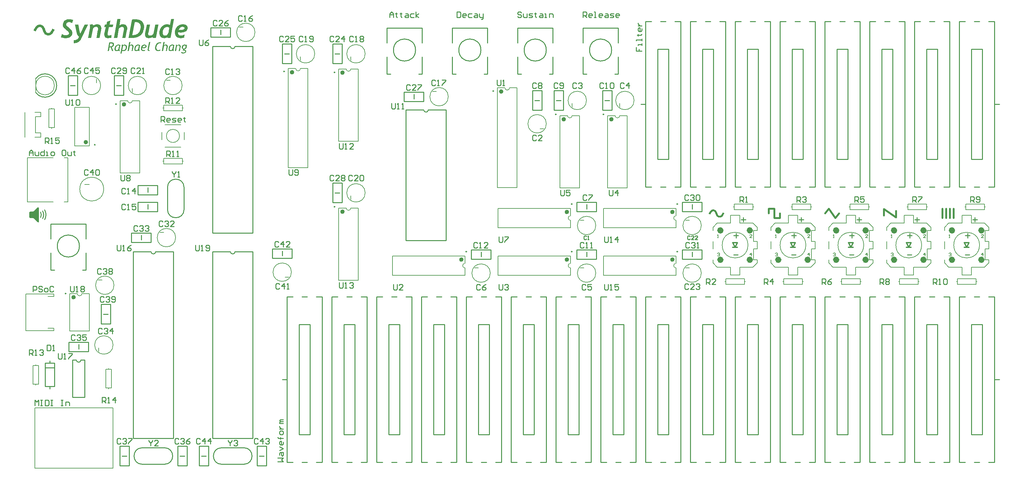
<source format=gto>
G04 Layer_Color=65535*
%FSAX24Y24*%
%MOIN*%
G70*
G01*
G75*
%ADD14C,0.0200*%
%ADD15C,0.0100*%
%ADD39C,0.0080*%
%ADD40C,0.0236*%
%ADD41C,0.0098*%
%ADD42C,0.0079*%
%ADD43C,0.0060*%
%ADD44C,0.0354*%
%ADD45C,0.0050*%
%ADD46C,0.0120*%
%ADD47C,0.0051*%
%ADD48C,0.0110*%
G36*
X139361Y134631D02*
X139373D01*
X139389Y134630D01*
X139404Y134629D01*
X139421Y134626D01*
X139457Y134620D01*
X139495Y134611D01*
X139532Y134598D01*
X139548Y134590D01*
X139564Y134580D01*
X139565D01*
X139566Y134577D01*
X139570Y134574D01*
X139576Y134570D01*
X139588Y134558D01*
X139604Y134541D01*
X139618Y134520D01*
X139630Y134494D01*
X139636Y134480D01*
X139640Y134465D01*
X139641Y134448D01*
X139643Y134430D01*
Y134429D01*
Y134425D01*
Y134419D01*
X139641Y134411D01*
Y134401D01*
X139638Y134388D01*
X139637Y134376D01*
X139634Y134361D01*
X139626Y134329D01*
X139613Y134295D01*
X139605Y134277D01*
X139597Y134259D01*
X139586Y134243D01*
X139573Y134226D01*
X139572Y134225D01*
X139570Y134222D01*
X139566Y134218D01*
X139561Y134212D01*
X139554Y134205D01*
X139547Y134198D01*
X139526Y134180D01*
X139501Y134161D01*
X139472Y134144D01*
X139440Y134128D01*
X139422Y134122D01*
X139402Y134116D01*
X139575Y133700D01*
X139430D01*
X139286Y134096D01*
X139266D01*
X139251Y134097D01*
X139232D01*
X139210Y134098D01*
X139183Y134100D01*
X139153Y134103D01*
X139082Y133700D01*
X138950D01*
X139112Y134623D01*
X139135D01*
X139148Y134624D01*
X139165D01*
X139186Y134626D01*
X139212Y134627D01*
X139219D01*
X139225Y134629D01*
X139239D01*
X139257Y134630D01*
X139276Y134631D01*
X139297D01*
X139318Y134633D01*
X139351D01*
X139361Y134631D01*
D02*
G37*
G36*
X143399Y134076D02*
Y134075D01*
X143397Y134068D01*
X143396Y134059D01*
X143393Y134047D01*
X143390Y134033D01*
X143387Y134016D01*
X143383Y134000D01*
X143380Y133980D01*
X143374Y133943D01*
X143368Y133905D01*
X143365Y133889D01*
X143364Y133874D01*
X143362Y133861D01*
Y133851D01*
Y133850D01*
Y133849D01*
X143364Y133840D01*
X143367Y133828D01*
X143374Y133814D01*
X143385Y133800D01*
X143392Y133794D01*
X143400Y133787D01*
X143411Y133783D01*
X143424Y133779D01*
X143437Y133778D01*
X143453Y133776D01*
X143439Y133688D01*
X143430D01*
X143421Y133689D01*
X143407Y133690D01*
X143392Y133692D01*
X143375Y133696D01*
X143357Y133700D01*
X143339Y133707D01*
X143319Y133714D01*
X143301Y133724D01*
X143285Y133736D01*
X143269Y133751D01*
X143256Y133768D01*
X143246Y133787D01*
X143240Y133811D01*
X143238Y133837D01*
Y133840D01*
Y133843D01*
Y133847D01*
X143239Y133853D01*
Y133860D01*
X143240Y133869D01*
X143242Y133879D01*
X143243Y133892D01*
X143244Y133905D01*
X143247Y133922D01*
X143250Y133942D01*
X143254Y133962D01*
X143258Y133985D01*
X143263Y134011D01*
X143268Y134039D01*
X143390Y134652D01*
X143515D01*
X143399Y134076D01*
D02*
G37*
G36*
X134871Y137099D02*
X134907Y137096D01*
X134951Y137093D01*
X134999Y137087D01*
X135052Y137079D01*
X135058D01*
X135076Y137076D01*
X135102Y137070D01*
X135135Y137064D01*
X135206Y137046D01*
X135238Y137037D01*
X135265Y137028D01*
X135156Y136679D01*
X135153D01*
X135150Y136685D01*
X135141Y136691D01*
X135129Y136697D01*
X135099Y136714D01*
X135058Y136738D01*
X135010Y136759D01*
X134957Y136776D01*
X134898Y136788D01*
X134839Y136794D01*
X134824D01*
X134809Y136791D01*
X134788D01*
X134765Y136785D01*
X134738Y136782D01*
X134679Y136765D01*
X134649Y136750D01*
X134619Y136735D01*
X134593Y136714D01*
X134569Y136691D01*
X134548Y136664D01*
X134534Y136628D01*
X134522Y136593D01*
X134519Y136548D01*
Y136542D01*
X134522Y136531D01*
X134528Y136507D01*
X134539Y136477D01*
X134560Y136442D01*
X134575Y136421D01*
X134590Y136400D01*
X134611Y136377D01*
X134631Y136353D01*
X134658Y136326D01*
X134688Y136300D01*
X134892Y136128D01*
X134895Y136125D01*
X134907Y136116D01*
X134922Y136101D01*
X134942Y136083D01*
X134984Y136045D01*
X135004Y136024D01*
X135019Y136009D01*
X135022Y136006D01*
X135025Y136003D01*
X135034Y135995D01*
X135043Y135983D01*
X135055Y135968D01*
X135067Y135953D01*
X135096Y135909D01*
X135099Y135906D01*
X135102Y135897D01*
X135111Y135885D01*
X135120Y135867D01*
X135129Y135846D01*
X135141Y135826D01*
X135159Y135775D01*
Y135772D01*
X135161Y135763D01*
X135164Y135752D01*
X135170Y135734D01*
X135173Y135713D01*
X135176Y135689D01*
X135179Y135639D01*
Y135636D01*
Y135627D01*
Y135612D01*
X135176Y135595D01*
X135173Y135571D01*
X135167Y135547D01*
X135153Y135485D01*
X135144Y135452D01*
X135129Y135417D01*
X135114Y135384D01*
X135093Y135349D01*
X135070Y135313D01*
X135043Y135281D01*
X135010Y135248D01*
X134975Y135218D01*
X134972Y135216D01*
X134966Y135213D01*
X134954Y135204D01*
X134939Y135195D01*
X134919Y135183D01*
X134895Y135171D01*
X134865Y135156D01*
X134833Y135144D01*
X134797Y135130D01*
X134759Y135115D01*
X134714Y135103D01*
X134670Y135091D01*
X134619Y135082D01*
X134566Y135073D01*
X134510Y135070D01*
X134451Y135067D01*
X134424D01*
X134406Y135070D01*
X134382D01*
X134353Y135073D01*
X134323Y135076D01*
X134288Y135082D01*
X134211Y135097D01*
X134128Y135115D01*
X134039Y135144D01*
X133950Y135183D01*
X134063Y135529D01*
X134066D01*
X134071Y135524D01*
X134080Y135518D01*
X134095Y135509D01*
X134113Y135497D01*
X134134Y135485D01*
X134157Y135473D01*
X134184Y135461D01*
X134243Y135435D01*
X134314Y135411D01*
X134394Y135396D01*
X134436Y135393D01*
X134480Y135390D01*
X134504D01*
X134531Y135393D01*
X134563Y135399D01*
X134602Y135405D01*
X134640Y135414D01*
X134679Y135429D01*
X134717Y135450D01*
X134720Y135452D01*
X134732Y135461D01*
X134747Y135476D01*
X134768Y135494D01*
X134785Y135521D01*
X134800Y135550D01*
X134812Y135586D01*
X134815Y135624D01*
Y135630D01*
X134812Y135645D01*
X134806Y135666D01*
X134794Y135698D01*
X134773Y135734D01*
X134759Y135755D01*
X134741Y135775D01*
X134720Y135799D01*
X134699Y135823D01*
X134670Y135846D01*
X134640Y135870D01*
X134430Y136039D01*
X134427Y136042D01*
X134415Y136051D01*
X134397Y136066D01*
X134379Y136080D01*
X134335Y136119D01*
X134314Y136134D01*
X134300Y136149D01*
Y136152D01*
X134294Y136154D01*
X134288Y136163D01*
X134279Y136175D01*
X134255Y136205D01*
X134228Y136246D01*
X134225Y136249D01*
X134222Y136258D01*
X134217Y136270D01*
X134208Y136288D01*
X134199Y136306D01*
X134190Y136329D01*
X134172Y136377D01*
Y136380D01*
X134169Y136388D01*
X134166Y136400D01*
X134163Y136418D01*
X134160Y136439D01*
X134157Y136463D01*
X134154Y136513D01*
Y136516D01*
Y136525D01*
Y136540D01*
X134157Y136557D01*
X134160Y136581D01*
X134163Y136608D01*
X134169Y136637D01*
X134178Y136667D01*
X134199Y136735D01*
X134214Y136771D01*
X134228Y136809D01*
X134249Y136845D01*
X134273Y136877D01*
X134300Y136913D01*
X134332Y136942D01*
X134335Y136945D01*
X134341Y136948D01*
X134350Y136957D01*
X134365Y136966D01*
X134382Y136981D01*
X134406Y136993D01*
X134430Y137008D01*
X134459Y137022D01*
X134492Y137037D01*
X134528Y137052D01*
X134566Y137067D01*
X134608Y137079D01*
X134655Y137087D01*
X134702Y137096D01*
X134753Y137099D01*
X134806Y137102D01*
X134845D01*
X134871Y137099D01*
D02*
G37*
G36*
X140112Y134386D02*
X140126D01*
X140141Y134384D01*
X140158Y134383D01*
X140176Y134380D01*
X140214Y134373D01*
X140253Y134363D01*
X140271Y134358D01*
X140289Y134350D01*
X140306Y134341D01*
X140320Y134332D01*
X140237Y133939D01*
Y133937D01*
Y133935D01*
X140235Y133929D01*
Y133923D01*
X140234Y133915D01*
Y133905D01*
X140233Y133882D01*
Y133880D01*
Y133878D01*
Y133872D01*
Y133865D01*
X140234Y133857D01*
Y133846D01*
X140237Y133822D01*
X140239Y133794D01*
X140245Y133764D01*
X140253Y133732D01*
X140263Y133700D01*
X140141D01*
Y133701D01*
X140140Y133704D01*
X140137Y133708D01*
X140134Y133715D01*
X140131Y133725D01*
X140127Y133737D01*
X140123Y133751D01*
X140119Y133768D01*
X140117Y133767D01*
X140113Y133762D01*
X140106Y133756D01*
X140096Y133747D01*
X140084Y133737D01*
X140069Y133728D01*
X140051Y133718D01*
X140030Y133710D01*
X140027Y133708D01*
X140020Y133707D01*
X140008Y133703D01*
X139992Y133699D01*
X139974Y133694D01*
X139954Y133692D01*
X139930Y133689D01*
X139906Y133688D01*
X139897D01*
X139890Y133689D01*
X139881D01*
X139872Y133690D01*
X139849Y133694D01*
X139824Y133701D01*
X139798Y133712D01*
X139773Y133726D01*
X139751Y133746D01*
X139748Y133749D01*
X139743Y133757D01*
X139733Y133771D01*
X139723Y133789D01*
X139713Y133812D01*
X139704Y133842D01*
X139698Y133876D01*
X139695Y133915D01*
Y133918D01*
Y133923D01*
X139697Y133933D01*
Y133946D01*
X139698Y133962D01*
X139701Y133982D01*
X139705Y134003D01*
X139709Y134025D01*
X139715Y134050D01*
X139722Y134076D01*
X139730Y134104D01*
X139741Y134132D01*
X139754Y134159D01*
X139768Y134187D01*
X139784Y134215D01*
X139804Y134243D01*
X139805Y134244D01*
X139809Y134250D01*
X139815Y134257D01*
X139823Y134265D01*
X139834Y134276D01*
X139848Y134289D01*
X139863Y134301D01*
X139880Y134315D01*
X139899Y134329D01*
X139920Y134341D01*
X139944Y134354D01*
X139969Y134365D01*
X139995Y134373D01*
X140024Y134382D01*
X140053Y134386D01*
X140085Y134387D01*
X140101D01*
X140112Y134386D01*
D02*
G37*
G36*
X144996Y134300D02*
X144998Y134301D01*
X145002Y134307D01*
X145009Y134313D01*
X145020Y134322D01*
X145032Y134332D01*
X145047Y134341D01*
X145066Y134352D01*
X145085Y134362D01*
X145088Y134363D01*
X145095Y134366D01*
X145106Y134370D01*
X145121Y134375D01*
X145139Y134379D01*
X145159Y134383D01*
X145179Y134386D01*
X145200Y134387D01*
X145208D01*
X145215Y134386D01*
X145231Y134384D01*
X145252Y134380D01*
X145274Y134375D01*
X145296Y134365D01*
X145318Y134352D01*
X145339Y134336D01*
X145342Y134333D01*
X145347Y134326D01*
X145354Y134315D01*
X145364Y134298D01*
X145374Y134277D01*
X145381Y134254D01*
X145386Y134225D01*
X145389Y134191D01*
Y134190D01*
Y134186D01*
Y134179D01*
X145388Y134171D01*
Y134161D01*
X145386Y134150D01*
X145382Y134123D01*
X145307Y133700D01*
X145184D01*
X145257Y134123D01*
Y134125D01*
X145258Y134128D01*
Y134133D01*
X145260Y134139D01*
X145261Y134154D01*
X145263Y134169D01*
Y134171D01*
Y134175D01*
X145261Y134180D01*
Y134187D01*
X145257Y134207D01*
X145249Y134227D01*
X145242Y134239D01*
X145235Y134248D01*
X145225Y134259D01*
X145214Y134268D01*
X145202Y134275D01*
X145186Y134280D01*
X145168Y134284D01*
X145149Y134286D01*
X145142D01*
X145132Y134284D01*
X145121Y134283D01*
X145107Y134279D01*
X145092Y134275D01*
X145075Y134268D01*
X145057Y134259D01*
X145054Y134258D01*
X145049Y134255D01*
X145041Y134250D01*
X145029Y134243D01*
X145017Y134234D01*
X145004Y134223D01*
X144991Y134212D01*
X144979Y134200D01*
X144891Y133700D01*
X144768D01*
X144934Y134652D01*
X145053D01*
X144996Y134300D01*
D02*
G37*
G36*
X142228Y134386D02*
X142242D01*
X142258Y134384D01*
X142274Y134383D01*
X142292Y134380D01*
X142331Y134373D01*
X142370Y134363D01*
X142388Y134358D01*
X142406Y134350D01*
X142423Y134341D01*
X142437Y134332D01*
X142353Y133939D01*
Y133937D01*
Y133935D01*
X142352Y133929D01*
Y133923D01*
X142351Y133915D01*
Y133905D01*
X142349Y133882D01*
Y133880D01*
Y133878D01*
Y133872D01*
Y133865D01*
X142351Y133857D01*
Y133846D01*
X142353Y133822D01*
X142356Y133794D01*
X142362Y133764D01*
X142370Y133732D01*
X142380Y133700D01*
X142258D01*
Y133701D01*
X142256Y133704D01*
X142253Y133708D01*
X142251Y133715D01*
X142248Y133725D01*
X142244Y133737D01*
X142240Y133751D01*
X142235Y133768D01*
X142234Y133767D01*
X142230Y133762D01*
X142223Y133756D01*
X142213Y133747D01*
X142201Y133737D01*
X142185Y133728D01*
X142167Y133718D01*
X142147Y133710D01*
X142144Y133708D01*
X142137Y133707D01*
X142124Y133703D01*
X142109Y133699D01*
X142091Y133694D01*
X142070Y133692D01*
X142047Y133689D01*
X142023Y133688D01*
X142013D01*
X142006Y133689D01*
X141998D01*
X141988Y133690D01*
X141966Y133694D01*
X141941Y133701D01*
X141915Y133712D01*
X141890Y133726D01*
X141868Y133746D01*
X141865Y133749D01*
X141859Y133757D01*
X141850Y133771D01*
X141840Y133789D01*
X141830Y133812D01*
X141820Y133842D01*
X141815Y133876D01*
X141812Y133915D01*
Y133918D01*
Y133923D01*
X141813Y133933D01*
Y133946D01*
X141815Y133962D01*
X141818Y133982D01*
X141822Y134003D01*
X141826Y134025D01*
X141831Y134050D01*
X141838Y134076D01*
X141847Y134104D01*
X141858Y134132D01*
X141870Y134159D01*
X141884Y134187D01*
X141901Y134215D01*
X141920Y134243D01*
X141922Y134244D01*
X141926Y134250D01*
X141931Y134257D01*
X141940Y134265D01*
X141951Y134276D01*
X141965Y134289D01*
X141980Y134301D01*
X141997Y134315D01*
X142016Y134329D01*
X142037Y134341D01*
X142061Y134354D01*
X142085Y134365D01*
X142112Y134373D01*
X142141Y134382D01*
X142170Y134386D01*
X142202Y134387D01*
X142217D01*
X142228Y134386D01*
D02*
G37*
G36*
X141330Y134300D02*
X141332Y134301D01*
X141336Y134307D01*
X141343Y134313D01*
X141354Y134322D01*
X141367Y134332D01*
X141382Y134341D01*
X141400Y134352D01*
X141419Y134362D01*
X141422Y134363D01*
X141429Y134366D01*
X141440Y134370D01*
X141455Y134375D01*
X141473Y134379D01*
X141493Y134383D01*
X141514Y134386D01*
X141534Y134387D01*
X141543D01*
X141550Y134386D01*
X141565Y134384D01*
X141586Y134380D01*
X141608Y134375D01*
X141630Y134365D01*
X141652Y134352D01*
X141673Y134336D01*
X141676Y134333D01*
X141682Y134326D01*
X141689Y134315D01*
X141698Y134298D01*
X141708Y134277D01*
X141715Y134254D01*
X141720Y134225D01*
X141723Y134191D01*
Y134190D01*
Y134186D01*
Y134179D01*
X141722Y134171D01*
Y134161D01*
X141720Y134150D01*
X141716Y134123D01*
X141641Y133700D01*
X141518D01*
X141591Y134123D01*
Y134125D01*
X141593Y134128D01*
Y134133D01*
X141594Y134139D01*
X141596Y134154D01*
X141597Y134169D01*
Y134171D01*
Y134175D01*
X141596Y134180D01*
Y134187D01*
X141591Y134207D01*
X141583Y134227D01*
X141576Y134239D01*
X141569Y134248D01*
X141559Y134259D01*
X141548Y134268D01*
X141536Y134275D01*
X141521Y134280D01*
X141503Y134284D01*
X141483Y134286D01*
X141476D01*
X141466Y134284D01*
X141455Y134283D01*
X141441Y134279D01*
X141426Y134275D01*
X141410Y134268D01*
X141391Y134259D01*
X141389Y134258D01*
X141383Y134255D01*
X141375Y134250D01*
X141364Y134243D01*
X141351Y134234D01*
X141339Y134223D01*
X141325Y134212D01*
X141314Y134200D01*
X141225Y133700D01*
X141103D01*
X141268Y134652D01*
X141387D01*
X141330Y134300D01*
D02*
G37*
G36*
X145709Y135100D02*
X145374D01*
X145398Y135230D01*
X145392Y135227D01*
X145377Y135210D01*
X145348Y135183D01*
X145330Y135168D01*
X145309Y135153D01*
X145286Y135139D01*
X145259Y135124D01*
X145229Y135112D01*
X145194Y135097D01*
X145158Y135088D01*
X145117Y135079D01*
X145075Y135076D01*
X145028Y135073D01*
X145004D01*
X144986Y135076D01*
X144966Y135079D01*
X144942Y135082D01*
X144886Y135091D01*
X144821Y135109D01*
X144755Y135136D01*
X144723Y135153D01*
X144693Y135174D01*
X144661Y135195D01*
X144634Y135221D01*
X144631Y135224D01*
X144628Y135227D01*
X144622Y135236D01*
X144613Y135248D01*
X144601Y135263D01*
X144590Y135281D01*
X144578Y135304D01*
X144563Y135328D01*
X144551Y135355D01*
X144536Y135384D01*
X144515Y135455D01*
X144498Y135532D01*
X144495Y135577D01*
X144492Y135624D01*
Y135630D01*
Y135642D01*
X144495Y135663D01*
Y135692D01*
X144498Y135728D01*
X144504Y135769D01*
X144510Y135814D01*
X144521Y135864D01*
X144533Y135915D01*
X144548Y135971D01*
X144566Y136027D01*
X144590Y136083D01*
X144613Y136140D01*
X144646Y136196D01*
X144678Y136249D01*
X144720Y136300D01*
X144723Y136303D01*
X144732Y136311D01*
X144744Y136323D01*
X144761Y136341D01*
X144785Y136362D01*
X144815Y136386D01*
X144847Y136409D01*
X144883Y136433D01*
X144924Y136457D01*
X144972Y136483D01*
X145022Y136504D01*
X145075Y136525D01*
X145135Y136542D01*
X145197Y136554D01*
X145262Y136563D01*
X145333Y136566D01*
X145360D01*
X145380Y136563D01*
X145404Y136560D01*
X145431Y136554D01*
X145493Y136537D01*
X145496D01*
X145508Y136531D01*
X145526Y136525D01*
X145543Y136519D01*
X145588Y136498D01*
X145608Y136486D01*
X145626Y136474D01*
X145751Y137132D01*
X146076D01*
X145709Y135100D01*
D02*
G37*
G36*
X140229Y136451D02*
X140232D01*
X140238Y136457D01*
X140247Y136463D01*
X140259Y136468D01*
X140277Y136477D01*
X140298Y136486D01*
X140342Y136510D01*
X140398Y136531D01*
X140463Y136548D01*
X140532Y136560D01*
X140606Y136566D01*
X140626D01*
X140641Y136563D01*
X140656D01*
X140677Y136560D01*
X140724Y136551D01*
X140777Y136540D01*
X140831Y136519D01*
X140884Y136489D01*
X140931Y136451D01*
X140937Y136445D01*
X140949Y136430D01*
X140970Y136403D01*
X140991Y136368D01*
X141011Y136320D01*
X141032Y136267D01*
X141044Y136202D01*
X141050Y136128D01*
Y136125D01*
Y136116D01*
Y136101D01*
X141047Y136083D01*
Y136063D01*
X141044Y136036D01*
X141035Y135980D01*
X140869Y135100D01*
X140526D01*
X140692Y135992D01*
Y135995D01*
X140694Y136000D01*
Y136009D01*
X140697Y136018D01*
X140700Y136048D01*
Y136080D01*
Y136083D01*
Y136089D01*
Y136098D01*
X140697Y136113D01*
X140689Y136146D01*
X140677Y136181D01*
X140650Y136220D01*
X140635Y136234D01*
X140615Y136249D01*
X140594Y136264D01*
X140564Y136273D01*
X140535Y136279D01*
X140499Y136282D01*
X140481D01*
X140469Y136279D01*
X140452Y136276D01*
X140434Y136273D01*
X140389Y136264D01*
X140339Y136243D01*
X140283Y136217D01*
X140253Y136199D01*
X140226Y136178D01*
X140197Y136154D01*
X140170Y136128D01*
X139978Y135100D01*
X139637D01*
X140004Y137132D01*
X140339D01*
X140229Y136451D01*
D02*
G37*
G36*
X137395Y136412D02*
X137398Y136415D01*
X137404Y136418D01*
X137413Y136427D01*
X137427Y136436D01*
X137442Y136448D01*
X137463Y136460D01*
X137490Y136474D01*
X137516Y136489D01*
X137546Y136504D01*
X137581Y136519D01*
X137655Y136542D01*
X137741Y136560D01*
X137789Y136563D01*
X137839Y136566D01*
X137857D01*
X137881Y136563D01*
X137907Y136560D01*
X137943Y136554D01*
X137978Y136545D01*
X138020Y136531D01*
X138061Y136516D01*
X138103Y136492D01*
X138144Y136465D01*
X138180Y136433D01*
X138215Y136391D01*
X138242Y136344D01*
X138266Y136288D01*
X138277Y136226D01*
X138283Y136152D01*
Y136149D01*
Y136140D01*
Y136122D01*
X138280Y136101D01*
X138277Y136077D01*
X138275Y136048D01*
X138269Y136012D01*
X138263Y135977D01*
X138103Y135100D01*
X137756D01*
X137910Y135938D01*
Y135944D01*
X137913Y135956D01*
X137916Y135974D01*
X137919Y135997D01*
X137922Y136024D01*
X137925Y136051D01*
X137928Y136080D01*
Y136107D01*
Y136110D01*
Y136116D01*
Y136125D01*
X137925Y136137D01*
X137916Y136163D01*
X137901Y136199D01*
X137889Y136214D01*
X137878Y136231D01*
X137860Y136246D01*
X137839Y136261D01*
X137815Y136270D01*
X137786Y136279D01*
X137756Y136285D01*
X137718Y136288D01*
X137700D01*
X137688Y136285D01*
X137653Y136279D01*
X137611Y136270D01*
X137561Y136249D01*
X137504Y136223D01*
X137478Y136205D01*
X137448Y136184D01*
X137421Y136160D01*
X137395Y136134D01*
X137202Y135100D01*
X136862D01*
X137066Y136178D01*
Y136184D01*
X137069Y136199D01*
X137072Y136223D01*
Y136255D01*
Y136261D01*
Y136276D01*
X137069Y136300D01*
X137066Y136332D01*
X137063Y136371D01*
X137057Y136415D01*
X137045Y136463D01*
X137033Y136513D01*
X137365Y136572D01*
X137395Y136412D01*
D02*
G37*
G36*
X139166Y136540D02*
X139563D01*
X139504Y136270D01*
X139107D01*
X138962Y135630D01*
Y135627D01*
X138959Y135618D01*
X138956Y135604D01*
Y135586D01*
X138950Y135544D01*
X138947Y135503D01*
Y135500D01*
Y135497D01*
X138950Y135479D01*
X138956Y135455D01*
X138968Y135429D01*
X138988Y135402D01*
X139018Y135378D01*
X139036Y135370D01*
X139059Y135361D01*
X139083Y135358D01*
X139113Y135355D01*
X139128D01*
X139145Y135358D01*
X139172Y135364D01*
X139205Y135372D01*
X139246Y135384D01*
X139296Y135399D01*
X139356Y135423D01*
Y135121D01*
X139353D01*
X139350Y135118D01*
X139341D01*
X139329Y135115D01*
X139314Y135109D01*
X139296Y135106D01*
X139276Y135103D01*
X139252Y135097D01*
X139196Y135088D01*
X139128Y135082D01*
X139048Y135076D01*
X138959Y135073D01*
X138944D01*
X138932Y135076D01*
X138902Y135079D01*
X138864Y135085D01*
X138822Y135097D01*
X138778Y135115D01*
X138737Y135141D01*
X138695Y135174D01*
X138692Y135180D01*
X138680Y135192D01*
X138666Y135216D01*
X138648Y135245D01*
X138627Y135284D01*
X138612Y135328D01*
X138600Y135381D01*
X138597Y135441D01*
Y135444D01*
Y135450D01*
Y135461D01*
X138600Y135473D01*
X138603Y135509D01*
X138609Y135547D01*
X138772Y136270D01*
X138606D01*
X138663Y136540D01*
X138831D01*
X138885Y136833D01*
X139267Y136972D01*
X139166Y136540D01*
D02*
G37*
G36*
X141989Y137099D02*
X142027Y137096D01*
X142072Y137090D01*
X142119Y137085D01*
X142170Y137076D01*
X142226Y137067D01*
X142282Y137052D01*
X142341Y137034D01*
X142398Y137016D01*
X142457Y136990D01*
X142510Y136963D01*
X142563Y136931D01*
X142611Y136895D01*
X142614Y136892D01*
X142623Y136886D01*
X142635Y136874D01*
X142649Y136856D01*
X142667Y136836D01*
X142688Y136809D01*
X142712Y136779D01*
X142735Y136744D01*
X142756Y136702D01*
X142780Y136658D01*
X142800Y136611D01*
X142818Y136557D01*
X142833Y136498D01*
X142845Y136436D01*
X142854Y136371D01*
X142857Y136300D01*
Y136297D01*
Y136294D01*
Y136276D01*
X142854Y136246D01*
X142851Y136208D01*
X142848Y136163D01*
X142839Y136110D01*
X142830Y136051D01*
X142815Y135986D01*
X142797Y135918D01*
X142777Y135846D01*
X142750Y135772D01*
X142720Y135701D01*
X142682Y135627D01*
X142638Y135556D01*
X142587Y135488D01*
X142531Y135426D01*
X142528Y135423D01*
X142516Y135411D01*
X142498Y135396D01*
X142472Y135375D01*
X142439Y135352D01*
X142401Y135322D01*
X142353Y135293D01*
X142300Y135263D01*
X142241Y135233D01*
X142175Y135204D01*
X142104Y135177D01*
X142027Y135150D01*
X141944Y135130D01*
X141856Y135115D01*
X141761Y135103D01*
X141663Y135100D01*
X141189D01*
X141548Y137067D01*
X141550D01*
X141556Y137070D01*
X141568D01*
X141580Y137073D01*
X141598Y137076D01*
X141619Y137079D01*
X141666Y137085D01*
X141722Y137090D01*
X141784Y137096D01*
X141850Y137102D01*
X141959D01*
X141989Y137099D01*
D02*
G37*
G36*
X147072Y136563D02*
X147095Y136560D01*
X147146Y136554D01*
X147205Y136542D01*
X147264Y136525D01*
X147326Y136501D01*
X147383Y136468D01*
X147386D01*
X147389Y136465D01*
X147406Y136451D01*
X147427Y136430D01*
X147454Y136397D01*
X147480Y136359D01*
X147504Y136311D01*
X147519Y136258D01*
X147522Y136226D01*
X147525Y136193D01*
Y136190D01*
Y136181D01*
Y136169D01*
X147522Y136152D01*
X147519Y136134D01*
X147513Y136110D01*
X147498Y136054D01*
X147486Y136024D01*
X147474Y135995D01*
X147457Y135962D01*
X147436Y135929D01*
X147412Y135897D01*
X147383Y135867D01*
X147353Y135838D01*
X147315Y135811D01*
X147312D01*
X147306Y135805D01*
X147294Y135799D01*
X147276Y135790D01*
X147255Y135778D01*
X147232Y135766D01*
X147202Y135755D01*
X147172Y135743D01*
X147134Y135731D01*
X147095Y135719D01*
X147054Y135707D01*
X147007Y135695D01*
X146906Y135681D01*
X146852Y135678D01*
X146796Y135675D01*
X146770D01*
X146740Y135678D01*
X146704Y135681D01*
X146657Y135686D01*
X146610Y135695D01*
X146556Y135707D01*
X146503Y135722D01*
Y135716D01*
Y135701D01*
X146500Y135684D01*
Y135663D01*
Y135660D01*
Y135657D01*
X146503Y135639D01*
X146506Y135609D01*
X146512Y135577D01*
X146521Y135541D01*
X146538Y135503D01*
X146559Y135464D01*
X146589Y135432D01*
X146592Y135429D01*
X146607Y135420D01*
X146624Y135405D01*
X146654Y135393D01*
X146687Y135378D01*
X146731Y135364D01*
X146778Y135355D01*
X146835Y135352D01*
X146850D01*
X146867Y135355D01*
X146891Y135358D01*
X146921Y135364D01*
X146953Y135370D01*
X146992Y135381D01*
X147030Y135396D01*
X147036Y135399D01*
X147048Y135405D01*
X147069Y135414D01*
X147092Y135426D01*
X147122Y135444D01*
X147152Y135461D01*
X147178Y135479D01*
X147205Y135500D01*
X147163Y135147D01*
X147161D01*
X147155Y135144D01*
X147146Y135141D01*
X147134Y135136D01*
X147116Y135130D01*
X147098Y135124D01*
X147075Y135118D01*
X147048Y135112D01*
X146989Y135097D01*
X146918Y135085D01*
X146838Y135076D01*
X146749Y135073D01*
X146722D01*
X146704Y135076D01*
X146681Y135079D01*
X146657Y135082D01*
X146627Y135088D01*
X146595Y135094D01*
X146527Y135115D01*
X146453Y135144D01*
X146417Y135162D01*
X146382Y135186D01*
X146349Y135210D01*
X146316Y135239D01*
X146313Y135242D01*
X146310Y135248D01*
X146302Y135257D01*
X146290Y135269D01*
X146278Y135287D01*
X146266Y135307D01*
X146251Y135334D01*
X146236Y135361D01*
X146219Y135390D01*
X146204Y135426D01*
X146192Y135464D01*
X146180Y135506D01*
X146168Y135550D01*
X146159Y135598D01*
X146156Y135648D01*
X146153Y135701D01*
Y135704D01*
Y135719D01*
X146156Y135737D01*
Y135763D01*
X146159Y135796D01*
X146165Y135832D01*
X146174Y135873D01*
X146183Y135918D01*
X146195Y135965D01*
X146213Y136015D01*
X146230Y136066D01*
X146254Y136119D01*
X146281Y136169D01*
X146313Y136220D01*
X146349Y136270D01*
X146390Y136317D01*
X146393Y136320D01*
X146402Y136329D01*
X146414Y136341D01*
X146435Y136356D01*
X146459Y136377D01*
X146485Y136397D01*
X146521Y136418D01*
X146556Y136442D01*
X146601Y136465D01*
X146648Y136486D01*
X146698Y136510D01*
X146755Y136528D01*
X146814Y136542D01*
X146876Y136554D01*
X146944Y136563D01*
X147015Y136566D01*
X147054D01*
X147072Y136563D01*
D02*
G37*
G36*
X136106Y134958D02*
X136103Y134952D01*
X136097Y134940D01*
X136083Y134919D01*
X136065Y134893D01*
X136041Y134860D01*
X136012Y134825D01*
X135976Y134786D01*
X135935Y134748D01*
X135884Y134709D01*
X135828Y134671D01*
X135766Y134635D01*
X135695Y134602D01*
X135615Y134576D01*
X135529Y134552D01*
X135434Y134540D01*
X135330Y134534D01*
Y134857D01*
X135348D01*
X135366Y134860D01*
X135392D01*
X135422Y134866D01*
X135455Y134872D01*
X135493Y134878D01*
X135535Y134890D01*
X135573Y134902D01*
X135615Y134919D01*
X135656Y134937D01*
X135695Y134961D01*
X135733Y134990D01*
X135766Y135023D01*
X135792Y135061D01*
X135816Y135103D01*
X135884Y135266D01*
X135881D01*
X135875Y135269D01*
X135866Y135272D01*
X135855Y135278D01*
X135840Y135287D01*
X135825Y135298D01*
X135804Y135313D01*
X135786Y135334D01*
X135766Y135355D01*
X135745Y135381D01*
X135724Y135414D01*
X135703Y135450D01*
X135686Y135491D01*
X135668Y135538D01*
X135653Y135592D01*
X135638Y135651D01*
X135470Y136540D01*
X135822D01*
Y136537D01*
X135825Y136528D01*
Y136516D01*
X135828Y136498D01*
X135834Y136477D01*
X135837Y136451D01*
X135843Y136424D01*
X135846Y136391D01*
X135860Y136317D01*
X135872Y136237D01*
X135887Y136152D01*
X135905Y136060D01*
X135923Y135971D01*
X135938Y135882D01*
X135955Y135799D01*
X135970Y135722D01*
X135979Y135689D01*
X135985Y135657D01*
X135994Y135630D01*
X136000Y135604D01*
X136006Y135586D01*
X136012Y135568D01*
X136017Y135556D01*
X136020Y135550D01*
X136483Y136540D01*
X136865D01*
X136106Y134958D01*
D02*
G37*
G36*
X144119Y135100D02*
X143784D01*
X143802Y135204D01*
X143799D01*
X143793Y135198D01*
X143784Y135192D01*
X143769Y135183D01*
X143751Y135174D01*
X143731Y135162D01*
X143707Y135150D01*
X143677Y135139D01*
X143648Y135127D01*
X143612Y135115D01*
X143535Y135094D01*
X143449Y135079D01*
X143402Y135076D01*
X143351Y135073D01*
X143334D01*
X143322Y135076D01*
X143286Y135079D01*
X143245Y135085D01*
X143197Y135100D01*
X143150Y135118D01*
X143103Y135141D01*
X143058Y135177D01*
X143055Y135183D01*
X143043Y135198D01*
X143026Y135221D01*
X143008Y135254D01*
X142987Y135295D01*
X142972Y135346D01*
X142960Y135405D01*
X142954Y135473D01*
Y135476D01*
Y135485D01*
Y135497D01*
X142957Y135512D01*
Y135532D01*
X142960Y135556D01*
X142969Y135609D01*
X143144Y136540D01*
X143482D01*
X143313Y135624D01*
Y135621D01*
X143310Y135615D01*
Y135604D01*
X143307Y135592D01*
X143304Y135559D01*
X143301Y135527D01*
Y135524D01*
Y135518D01*
Y135512D01*
X143304Y135500D01*
X143313Y135470D01*
X143325Y135441D01*
X143348Y135408D01*
X143363Y135393D01*
X143384Y135378D01*
X143405Y135367D01*
X143431Y135361D01*
X143461Y135355D01*
X143497Y135352D01*
X143511D01*
X143523Y135355D01*
X143553Y135358D01*
X143591Y135364D01*
X143633Y135378D01*
X143680Y135396D01*
X143725Y135420D01*
X143766Y135455D01*
X143772Y135461D01*
X143784Y135473D01*
X143802Y135497D01*
X143825Y135527D01*
X143849Y135562D01*
X143870Y135604D01*
X143888Y135651D01*
X143902Y135704D01*
X144050Y136540D01*
X144385D01*
X144119Y135100D01*
D02*
G37*
G36*
X145894Y134386D02*
X145908D01*
X145923Y134384D01*
X145940Y134383D01*
X145958Y134380D01*
X145997Y134373D01*
X146036Y134363D01*
X146054Y134358D01*
X146072Y134350D01*
X146088Y134341D01*
X146102Y134332D01*
X146019Y133939D01*
Y133937D01*
Y133935D01*
X146018Y133929D01*
Y133923D01*
X146016Y133915D01*
Y133905D01*
X146015Y133882D01*
Y133880D01*
Y133878D01*
Y133872D01*
Y133865D01*
X146016Y133857D01*
Y133846D01*
X146019Y133822D01*
X146022Y133794D01*
X146027Y133764D01*
X146036Y133732D01*
X146045Y133700D01*
X145923D01*
Y133701D01*
X145922Y133704D01*
X145919Y133708D01*
X145916Y133715D01*
X145914Y133725D01*
X145909Y133737D01*
X145905Y133751D01*
X145901Y133768D01*
X145900Y133767D01*
X145896Y133762D01*
X145889Y133756D01*
X145879Y133747D01*
X145866Y133737D01*
X145851Y133728D01*
X145833Y133718D01*
X145812Y133710D01*
X145809Y133708D01*
X145803Y133707D01*
X145790Y133703D01*
X145775Y133699D01*
X145757Y133694D01*
X145736Y133692D01*
X145712Y133689D01*
X145689Y133688D01*
X145679D01*
X145672Y133689D01*
X145664D01*
X145654Y133690D01*
X145632Y133694D01*
X145607Y133701D01*
X145580Y133712D01*
X145555Y133726D01*
X145533Y133746D01*
X145531Y133749D01*
X145525Y133757D01*
X145515Y133771D01*
X145506Y133789D01*
X145496Y133812D01*
X145486Y133842D01*
X145481Y133876D01*
X145478Y133915D01*
Y133918D01*
Y133923D01*
X145479Y133933D01*
Y133946D01*
X145481Y133962D01*
X145483Y133982D01*
X145487Y134003D01*
X145492Y134025D01*
X145497Y134050D01*
X145504Y134076D01*
X145512Y134104D01*
X145524Y134132D01*
X145536Y134159D01*
X145550Y134187D01*
X145567Y134215D01*
X145586Y134243D01*
X145587Y134244D01*
X145592Y134250D01*
X145597Y134257D01*
X145605Y134265D01*
X145617Y134276D01*
X145630Y134289D01*
X145646Y134301D01*
X145662Y134315D01*
X145682Y134329D01*
X145703Y134341D01*
X145726Y134354D01*
X145751Y134365D01*
X145778Y134373D01*
X145807Y134382D01*
X145836Y134386D01*
X145868Y134387D01*
X145883D01*
X145894Y134386D01*
D02*
G37*
G36*
X142928D02*
X142938Y134384D01*
X142960Y134382D01*
X142986Y134376D01*
X143013Y134369D01*
X143039Y134358D01*
X143063Y134344D01*
X143064D01*
X143065Y134343D01*
X143072Y134336D01*
X143082Y134326D01*
X143093Y134312D01*
X143104Y134295D01*
X143114Y134275D01*
X143121Y134250D01*
X143124Y134236D01*
Y134222D01*
Y134221D01*
Y134218D01*
Y134211D01*
X143122Y134204D01*
X143121Y134194D01*
X143118Y134183D01*
X143113Y134158D01*
X143100Y134130D01*
X143093Y134116D01*
X143083Y134101D01*
X143074Y134087D01*
X143060Y134073D01*
X143046Y134059D01*
X143029Y134047D01*
X143028D01*
X143025Y134044D01*
X143020Y134041D01*
X143013Y134037D01*
X143004Y134033D01*
X142993Y134028D01*
X142981Y134022D01*
X142965Y134016D01*
X142950Y134010D01*
X142932Y134004D01*
X142914Y133998D01*
X142893Y133994D01*
X142849Y133987D01*
X142825Y133986D01*
X142800Y133985D01*
X142785D01*
X142778Y133986D01*
X142768D01*
X142748Y133989D01*
X142724Y133993D01*
X142698Y133998D01*
X142673Y134007D01*
X142648Y134018D01*
Y134016D01*
X142646Y134012D01*
Y134007D01*
X142645Y134000D01*
X142643Y133980D01*
X142642Y133960D01*
Y133958D01*
Y133955D01*
Y133951D01*
X142643Y133946D01*
X142645Y133932D01*
X142648Y133914D01*
X142653Y133893D01*
X142662Y133872D01*
X142673Y133851D01*
X142688Y133833D01*
X142691Y133832D01*
X142696Y133826D01*
X142707Y133819D01*
X142723Y133811D01*
X142741Y133803D01*
X142763Y133796D01*
X142789Y133790D01*
X142818Y133789D01*
X142825D01*
X142831Y133790D01*
X142846Y133792D01*
X142866Y133796D01*
X142888Y133803D01*
X142914Y133811D01*
X142942Y133825D01*
X142970Y133843D01*
X142956Y133721D01*
X142954D01*
X142952Y133719D01*
X142946Y133718D01*
X142939Y133715D01*
X142931Y133712D01*
X142920Y133710D01*
X142896Y133704D01*
X142868Y133699D01*
X142839Y133693D01*
X142809Y133689D01*
X142778Y133688D01*
X142767D01*
X142755Y133689D01*
X142738Y133692D01*
X142717Y133696D01*
X142696Y133703D01*
X142673Y133712D01*
X142648Y133724D01*
X142623Y133739D01*
X142600Y133758D01*
X142578Y133782D01*
X142557Y133811D01*
X142549Y133826D01*
X142541Y133844D01*
X142534Y133862D01*
X142528Y133883D01*
X142524Y133904D01*
X142520Y133928D01*
X142519Y133953D01*
X142517Y133979D01*
Y133980D01*
Y133987D01*
X142519Y133996D01*
Y134008D01*
X142520Y134022D01*
X142523Y134040D01*
X142527Y134059D01*
X142531Y134080D01*
X142537Y134103D01*
X142544Y134126D01*
X142553Y134150D01*
X142563Y134175D01*
X142575Y134198D01*
X142591Y134223D01*
X142607Y134247D01*
X142627Y134269D01*
X142628Y134270D01*
X142632Y134275D01*
X142638Y134280D01*
X142646Y134287D01*
X142657Y134297D01*
X142670Y134307D01*
X142685Y134318D01*
X142703Y134329D01*
X142721Y134338D01*
X142742Y134350D01*
X142766Y134359D01*
X142789Y134369D01*
X142816Y134376D01*
X142843Y134382D01*
X142872Y134386D01*
X142903Y134387D01*
X142920D01*
X142928Y134386D01*
D02*
G37*
G36*
X146617D02*
X146630Y134384D01*
X146644Y134382D01*
X146659Y134377D01*
X146676Y134372D01*
X146692Y134363D01*
X146709Y134354D01*
X146726Y134341D01*
X146741Y134326D01*
X146755Y134309D01*
X146767Y134287D01*
X146776Y134262D01*
X146782Y134234D01*
X146784Y134201D01*
Y134200D01*
Y134194D01*
Y134187D01*
X146782Y134176D01*
Y134165D01*
X146781Y134150D01*
X146778Y134134D01*
X146776Y134118D01*
X146703Y133700D01*
X146577D01*
X146646Y134091D01*
Y134094D01*
X146648Y134100D01*
X146649Y134109D01*
X146651Y134122D01*
X146652Y134136D01*
X146653Y134151D01*
X146655Y134165D01*
Y134179D01*
Y134180D01*
Y134183D01*
Y134189D01*
X146653Y134196D01*
X146649Y134212D01*
X146641Y134233D01*
X146635Y134243D01*
X146628Y134252D01*
X146619Y134261D01*
X146608Y134269D01*
X146595Y134276D01*
X146580Y134282D01*
X146563Y134284D01*
X146544Y134286D01*
X146537D01*
X146527Y134284D01*
X146516Y134283D01*
X146502Y134279D01*
X146487Y134275D01*
X146470Y134268D01*
X146452Y134259D01*
X146449Y134258D01*
X146444Y134255D01*
X146435Y134250D01*
X146424Y134243D01*
X146412Y134234D01*
X146399Y134225D01*
X146386Y134214D01*
X146374Y134201D01*
X146288Y133700D01*
X146166D01*
X146256Y134211D01*
Y134212D01*
X146258Y134214D01*
Y134218D01*
X146259Y134223D01*
X146261Y134236D01*
Y134252D01*
Y134254D01*
Y134255D01*
Y134264D01*
Y134275D01*
X146259Y134290D01*
X146258Y134308D01*
X146255Y134326D01*
X146251Y134345D01*
X146247Y134363D01*
X146363Y134387D01*
Y134386D01*
X146365Y134383D01*
Y134379D01*
X146366Y134372D01*
X146369Y134358D01*
X146372Y134340D01*
X146374Y134322D01*
X146377Y134305D01*
X146379Y134300D01*
X146380Y134294D01*
Y134290D01*
Y134287D01*
X146381Y134289D01*
X146384Y134291D01*
X146388Y134297D01*
X146394Y134302D01*
X146402Y134311D01*
X146412Y134319D01*
X146423Y134327D01*
X146437Y134337D01*
X146451Y134347D01*
X146467Y134355D01*
X146485Y134363D01*
X146505Y134372D01*
X146527Y134377D01*
X146549Y134383D01*
X146574Y134386D01*
X146601Y134387D01*
X146609D01*
X146617Y134386D01*
D02*
G37*
G36*
X140797Y134383D02*
X140809D01*
X140820Y134382D01*
X140847Y134376D01*
X140878Y134369D01*
X140910Y134358D01*
X140939Y134343D01*
X140953Y134333D01*
X140965Y134322D01*
X140967D01*
X140968Y134319D01*
X140971Y134315D01*
X140975Y134311D01*
X140981Y134304D01*
X140986Y134295D01*
X140992Y134286D01*
X140997Y134275D01*
X141003Y134262D01*
X141008Y134248D01*
X141014Y134233D01*
X141020Y134216D01*
X141024Y134197D01*
X141026Y134177D01*
X141029Y134157D01*
Y134133D01*
Y134130D01*
Y134125D01*
Y134115D01*
X141028Y134101D01*
X141026Y134084D01*
X141024Y134066D01*
X141021Y134046D01*
X141015Y134022D01*
X141010Y133997D01*
X141003Y133972D01*
X140995Y133946D01*
X140985Y133918D01*
X140972Y133892D01*
X140957Y133865D01*
X140942Y133839D01*
X140922Y133814D01*
X140921Y133812D01*
X140917Y133808D01*
X140911Y133801D01*
X140903Y133794D01*
X140892Y133783D01*
X140879Y133774D01*
X140864Y133761D01*
X140847Y133750D01*
X140828Y133737D01*
X140807Y133725D01*
X140785Y133715D01*
X140760Y133706D01*
X140734Y133697D01*
X140704Y133690D01*
X140675Y133686D01*
X140643Y133685D01*
X140636D01*
X140629Y133686D01*
X140618D01*
X140606Y133688D01*
X140591Y133690D01*
X140575Y133694D01*
X140557Y133699D01*
X140556D01*
X140549Y133701D01*
X140542Y133704D01*
X140532Y133708D01*
X140521Y133714D01*
X140512Y133719D01*
X140503Y133726D01*
X140498Y133733D01*
X140445Y133432D01*
X140324D01*
X140457Y134173D01*
Y134176D01*
X140459Y134182D01*
X140460Y134191D01*
X140462Y134204D01*
X140463Y134218D01*
X140464Y134233D01*
X140466Y134268D01*
Y134270D01*
Y134276D01*
Y134286D01*
X140464Y134298D01*
Y134312D01*
X140463Y134327D01*
X140457Y134361D01*
X140577Y134384D01*
X140578Y134382D01*
Y134377D01*
X140580Y134370D01*
X140582Y134359D01*
X140584Y134344D01*
X140585Y134334D01*
X140586Y134323D01*
X140588Y134311D01*
X140589Y134297D01*
X140591Y134298D01*
X140595Y134304D01*
X140602Y134311D01*
X140611Y134319D01*
X140623Y134329D01*
X140638Y134338D01*
X140654Y134350D01*
X140674Y134359D01*
X140677Y134361D01*
X140684Y134363D01*
X140693Y134368D01*
X140707Y134372D01*
X140724Y134376D01*
X140741Y134380D01*
X140759Y134383D01*
X140777Y134384D01*
X140789D01*
X140797Y134383D01*
D02*
G37*
G36*
X147474Y134337D02*
X147410Y134272D01*
X147411Y134270D01*
X147413Y134268D01*
X147415Y134261D01*
X147420Y134252D01*
X147424Y134241D01*
X147427Y134227D01*
X147428Y134211D01*
X147429Y134191D01*
Y134190D01*
Y134187D01*
Y134180D01*
X147428Y134173D01*
Y134164D01*
X147427Y134152D01*
X147422Y134128D01*
X147415Y134098D01*
X147406Y134068D01*
X147392Y134036D01*
X147374Y134005D01*
Y134004D01*
X147371Y134003D01*
X147368Y133998D01*
X147364Y133993D01*
X147352Y133979D01*
X147335Y133962D01*
X147314Y133944D01*
X147289Y133926D01*
X147261Y133910D01*
X147229Y133896D01*
X147228D01*
X147225Y133894D01*
X147221Y133893D01*
X147216Y133890D01*
X147202Y133885D01*
X147186Y133878D01*
X147170Y133868D01*
X147156Y133858D01*
X147150Y133854D01*
X147146Y133849D01*
X147143Y133844D01*
X147142Y133839D01*
Y133837D01*
Y133836D01*
X147145Y133828D01*
X147148Y133824D01*
X147152Y133821D01*
X147157Y133818D01*
X147166Y133817D01*
X147173D01*
X147179Y133818D01*
X147191Y133819D01*
X147193D01*
X147200Y133821D01*
X147210Y133822D01*
X147225D01*
X147234Y133821D01*
X147243Y133819D01*
X147254Y133818D01*
X147268Y133815D01*
X147282Y133810D01*
X147297Y133804D01*
X147313Y133797D01*
X147327Y133787D01*
X147340Y133776D01*
X147352Y133762D01*
X147363Y133746D01*
X147370Y133728D01*
X147375Y133706D01*
X147377Y133681D01*
Y133679D01*
Y133676D01*
Y133669D01*
X147375Y133663D01*
X147374Y133653D01*
X147371Y133642D01*
X147364Y133617D01*
X147359Y133603D01*
X147352Y133589D01*
X147345Y133574D01*
X147335Y133558D01*
X147322Y133545D01*
X147310Y133529D01*
X147295Y133515D01*
X147277Y133503D01*
X147275Y133502D01*
X147272Y133500D01*
X147267Y133497D01*
X147259Y133492D01*
X147250Y133488D01*
X147238Y133482D01*
X147225Y133475D01*
X147210Y133470D01*
X147193Y133463D01*
X147175Y133457D01*
X147156Y133450D01*
X147135Y133446D01*
X147091Y133438D01*
X147066Y133436D01*
X147041Y133435D01*
X147027D01*
X147017Y133436D01*
X147006Y133438D01*
X146992Y133439D01*
X146977Y133442D01*
X146960Y133445D01*
X146925Y133453D01*
X146888Y133467D01*
X146869Y133477D01*
X146851Y133486D01*
X146832Y133497D01*
X146816Y133511D01*
X146871Y133600D01*
X146873D01*
X146877Y133597D01*
X146882Y133595D01*
X146891Y133590D01*
X146900Y133586D01*
X146912Y133581D01*
X146938Y133571D01*
X146968Y133560D01*
X147000Y133550D01*
X147032Y133543D01*
X147048Y133542D01*
X147063Y133540D01*
X147077D01*
X147092Y133542D01*
X147111Y133545D01*
X147134Y133549D01*
X147157Y133554D01*
X147179Y133561D01*
X147202Y133572D01*
X147204Y133574D01*
X147210Y133578D01*
X147220Y133585D01*
X147229Y133595D01*
X147239Y133607D01*
X147249Y133621D01*
X147254Y133639D01*
X147257Y133658D01*
Y133660D01*
Y133663D01*
X147256Y133668D01*
X147254Y133675D01*
X147249Y133689D01*
X147245Y133696D01*
X147238Y133703D01*
X147236Y133704D01*
X147234Y133706D01*
X147229Y133708D01*
X147222Y133712D01*
X147214Y133717D01*
X147203Y133721D01*
X147189Y133725D01*
X147174Y133728D01*
X147063Y133747D01*
X147061D01*
X147060Y133749D01*
X147053Y133751D01*
X147042Y133756D01*
X147030Y133762D01*
X147017Y133772D01*
X147007Y133783D01*
X146999Y133799D01*
X146998Y133807D01*
X146996Y133817D01*
Y133818D01*
X146998Y133824D01*
X147002Y133832D01*
X147010Y133843D01*
X147016Y133849D01*
X147023Y133855D01*
X147031Y133862D01*
X147042Y133869D01*
X147053Y133876D01*
X147068Y133885D01*
X147084Y133892D01*
X147103Y133900D01*
X147075D01*
X147070Y133901D01*
X147056Y133903D01*
X147039Y133907D01*
X147018Y133914D01*
X146996Y133922D01*
X146975Y133936D01*
X146953Y133954D01*
X146950Y133957D01*
X146945Y133964D01*
X146935Y133976D01*
X146925Y133991D01*
X146916Y134011D01*
X146906Y134033D01*
X146900Y134059D01*
X146898Y134087D01*
Y134089D01*
Y134093D01*
Y134100D01*
X146899Y134109D01*
X146900Y134121D01*
X146902Y134133D01*
X146905Y134148D01*
X146909Y134164D01*
X146919Y134198D01*
X146925Y134215D01*
X146934Y134234D01*
X146943Y134251D01*
X146955Y134269D01*
X146967Y134286D01*
X146982Y134302D01*
X146984Y134304D01*
X146987Y134307D01*
X146991Y134311D01*
X146998Y134316D01*
X147006Y134322D01*
X147016Y134329D01*
X147028Y134337D01*
X147042Y134345D01*
X147056Y134352D01*
X147073Y134361D01*
X147091Y134368D01*
X147110Y134375D01*
X147131Y134379D01*
X147153Y134383D01*
X147175Y134386D01*
X147200Y134387D01*
X147216D01*
X147224Y134386D01*
X147234Y134384D01*
X147254Y134382D01*
X147278Y134376D01*
X147303Y134368D01*
X147328Y134357D01*
X147350Y134341D01*
X147407Y134405D01*
X147474Y134337D01*
D02*
G37*
G36*
X203860Y116723D02*
X203899Y116715D01*
X203939Y116704D01*
X203944Y116702D01*
X203957Y116697D01*
X203974Y116688D01*
X204000Y116676D01*
X204026Y116661D01*
X204055Y116642D01*
X204085Y116619D01*
X204111Y116592D01*
X204113Y116588D01*
X204124Y116579D01*
X204135Y116560D01*
X204153Y116536D01*
X204171Y116503D01*
X204193Y116466D01*
X204212Y116420D01*
X204234Y116365D01*
X204237Y116358D01*
X204243Y116342D01*
X204251Y116315D01*
X204264Y116284D01*
X204278Y116249D01*
X204294Y116211D01*
X204308Y116177D01*
X204324Y116147D01*
X204326Y116144D01*
X204332Y116136D01*
X204339Y116124D01*
X204352Y116111D01*
X204367Y116094D01*
X204387Y116078D01*
X204409Y116064D01*
X204432Y116053D01*
X204434Y116052D01*
X204437Y116051D01*
X204451Y116049D01*
X204473Y116044D01*
X204502Y116043D01*
X204536Y116048D01*
X204571Y116056D01*
X204608Y116076D01*
X204626Y116087D01*
X204644Y116104D01*
X204645Y116106D01*
X204649Y116108D01*
X204660Y116122D01*
X204680Y116144D01*
X204702Y116175D01*
X204728Y116215D01*
X204758Y116264D01*
X204785Y116325D01*
X204815Y116391D01*
X205003Y116324D01*
X205001Y116318D01*
X204997Y116305D01*
X204986Y116283D01*
X204973Y116255D01*
X204958Y116222D01*
X204940Y116187D01*
X204898Y116111D01*
X204896Y116105D01*
X204886Y116094D01*
X204873Y116075D01*
X204856Y116052D01*
X204835Y116027D01*
X204811Y116000D01*
X204783Y115972D01*
X204753Y115944D01*
X204749Y115943D01*
X204737Y115935D01*
X204721Y115923D01*
X204701Y115907D01*
X204675Y115892D01*
X204643Y115877D01*
X204612Y115865D01*
X204578Y115853D01*
X204575Y115851D01*
X204563Y115850D01*
X204544Y115848D01*
X204520Y115847D01*
X204488Y115847D01*
X204454Y115850D01*
X204415Y115858D01*
X204372Y115871D01*
X204367Y115872D01*
X204354Y115877D01*
X204337Y115886D01*
X204312Y115898D01*
X204285Y115914D01*
X204256Y115933D01*
X204226Y115955D01*
X204200Y115982D01*
X204198Y115986D01*
X204187Y115996D01*
X204176Y116014D01*
X204161Y116038D01*
X204139Y116069D01*
X204121Y116108D01*
X204099Y116154D01*
X204079Y116205D01*
X204080Y116208D01*
X204076Y116212D01*
X204073Y116222D01*
X204069Y116235D01*
X204057Y116266D01*
X204041Y116305D01*
X204023Y116346D01*
X204007Y116384D01*
X203991Y116420D01*
X203974Y116447D01*
X203972Y116450D01*
X203968Y116455D01*
X203959Y116464D01*
X203946Y116477D01*
X203917Y116502D01*
X203899Y116511D01*
X203879Y116521D01*
X203874Y116523D01*
X203860Y116525D01*
X203841Y116529D01*
X203815Y116530D01*
X203785Y116529D01*
X203749Y116521D01*
X203714Y116504D01*
X203678Y116478D01*
X203674Y116474D01*
X203664Y116463D01*
X203645Y116443D01*
X203621Y116410D01*
X203606Y116392D01*
X203593Y116370D01*
X203578Y116346D01*
X203562Y116319D01*
X203546Y116290D01*
X203531Y116257D01*
X203515Y116218D01*
X203498Y116180D01*
X203310Y116247D01*
X203311Y116250D01*
X203312Y116252D01*
X203316Y116266D01*
X203327Y116288D01*
X203338Y116317D01*
X203351Y116347D01*
X203371Y116385D01*
X203412Y116458D01*
X203414Y116464D01*
X203423Y116475D01*
X203436Y116494D01*
X203453Y116517D01*
X203474Y116542D01*
X203499Y116572D01*
X203555Y116628D01*
X203559Y116630D01*
X203568Y116639D01*
X203586Y116650D01*
X203607Y116666D01*
X203633Y116680D01*
X203664Y116693D01*
X203695Y116708D01*
X203732Y116719D01*
X203735Y116720D01*
X203748Y116722D01*
X203769Y116723D01*
X203793Y116726D01*
X203826Y116726D01*
X203860Y116723D01*
D02*
G37*
G36*
X131575Y116938D02*
X131600Y116901D01*
X131600Y116878D01*
X131600Y116878D01*
X131600Y115422D01*
X131600Y115399D01*
X131575Y115362D01*
X131534Y115344D01*
X131490Y115351D01*
X131473Y115366D01*
X131473D01*
X131037Y115766D01*
X131028Y115774D01*
X131007Y115786D01*
X130985Y115795D01*
X130962Y115799D01*
X130950Y115800D01*
X130950Y115800D01*
X130700Y115800D01*
X130670D01*
X130615Y115823D01*
X130573Y115865D01*
X130550Y115920D01*
X130550Y115950D01*
Y115950D01*
X130550Y116350D01*
X130550Y116380D01*
X130573Y116435D01*
X130615Y116477D01*
X130670Y116500D01*
X130700Y116500D01*
X130700Y116500D01*
X130950Y116500D01*
X130962Y116501D01*
X130985Y116505D01*
X131007Y116514D01*
X131028Y116526D01*
X131037Y116534D01*
X131037Y116534D01*
X131473Y116934D01*
X131490Y116949D01*
X131534Y116956D01*
X131575Y116938D01*
D02*
G37*
G36*
X144558Y134637D02*
X144569D01*
X144594Y134634D01*
X144621Y134631D01*
X144651Y134626D01*
X144680Y134617D01*
X144707Y134608D01*
X144673Y134484D01*
X144670Y134486D01*
X144663Y134491D01*
X144651Y134498D01*
X144634Y134505D01*
X144613Y134513D01*
X144587Y134519D01*
X144556Y134524D01*
X144523Y134526D01*
X144516D01*
X144509Y134524D01*
X144498Y134523D01*
X144485Y134522D01*
X144470Y134518D01*
X144453Y134513D01*
X144435Y134508D01*
X144417Y134499D01*
X144397Y134490D01*
X144376Y134477D01*
X144355Y134463D01*
X144334Y134447D01*
X144313Y134426D01*
X144292Y134404D01*
X144273Y134377D01*
X144272Y134376D01*
X144269Y134370D01*
X144263Y134362D01*
X144258Y134351D01*
X144249Y134337D01*
X144241Y134322D01*
X144231Y134302D01*
X144223Y134282D01*
X144213Y134259D01*
X144204Y134234D01*
X144195Y134208D01*
X144187Y134180D01*
X144181Y134151D01*
X144176Y134121D01*
X144173Y134090D01*
X144172Y134058D01*
Y134057D01*
Y134055D01*
Y134047D01*
X144173Y134035D01*
X144174Y134018D01*
X144179Y133998D01*
X144183Y133976D01*
X144190Y133953D01*
X144198Y133929D01*
X144211Y133904D01*
X144224Y133880D01*
X144241Y133858D01*
X144262Y133839D01*
X144287Y133822D01*
X144316Y133810D01*
X144349Y133801D01*
X144367Y133800D01*
X144387Y133799D01*
X144398D01*
X144406Y133800D01*
X144416Y133801D01*
X144428Y133803D01*
X144441Y133805D01*
X144456Y133810D01*
X144490Y133821D01*
X144508Y133828D01*
X144526Y133836D01*
X144545Y133847D01*
X144564Y133860D01*
X144585Y133874D01*
X144605Y133889D01*
X144594Y133756D01*
X144592Y133754D01*
X144589Y133753D01*
X144585Y133749D01*
X144578Y133744D01*
X144570Y133739D01*
X144560Y133733D01*
X144548Y133726D01*
X144534Y133721D01*
X144519Y133714D01*
X144501Y133707D01*
X144481Y133701D01*
X144459Y133696D01*
X144435Y133692D01*
X144410Y133688D01*
X144383Y133686D01*
X144353Y133685D01*
X144340D01*
X144328Y133686D01*
X144316Y133688D01*
X144301Y133690D01*
X144285Y133693D01*
X144267Y133696D01*
X144230Y133707D01*
X144211Y133715D01*
X144191Y133724D01*
X144172Y133735D01*
X144154Y133747D01*
X144136Y133761D01*
X144119Y133778D01*
X144118Y133779D01*
X144115Y133782D01*
X144112Y133787D01*
X144106Y133794D01*
X144099Y133804D01*
X144093Y133815D01*
X144086Y133829D01*
X144079Y133844D01*
X144070Y133862D01*
X144063Y133882D01*
X144056Y133903D01*
X144050Y133925D01*
X144044Y133950D01*
X144041Y133976D01*
X144038Y134005D01*
X144037Y134035D01*
Y134036D01*
Y134037D01*
Y134046D01*
X144038Y134059D01*
X144040Y134076D01*
X144041Y134098D01*
X144044Y134123D01*
X144048Y134152D01*
X144054Y134183D01*
X144062Y134215D01*
X144070Y134250D01*
X144081Y134286D01*
X144095Y134322D01*
X144111Y134358D01*
X144129Y134394D01*
X144151Y134429D01*
X144174Y134462D01*
X144176Y134463D01*
X144181Y134469D01*
X144188Y134479D01*
X144199Y134490D01*
X144213Y134502D01*
X144230Y134518D01*
X144248Y134534D01*
X144270Y134551D01*
X144295Y134566D01*
X144322Y134583D01*
X144351Y134598D01*
X144383Y134611D01*
X144416Y134622D01*
X144452Y134631D01*
X144490Y134637D01*
X144530Y134638D01*
X144548D01*
X144558Y134637D01*
D02*
G37*
G36*
X131747Y136531D02*
X131798Y136520D01*
X131852Y136505D01*
X131859Y136503D01*
X131876Y136496D01*
X131899Y136484D01*
X131933Y136468D01*
X131969Y136448D01*
X132007Y136422D01*
X132047Y136392D01*
X132082Y136356D01*
X132084Y136351D01*
X132099Y136338D01*
X132113Y136313D01*
X132137Y136281D01*
X132161Y136237D01*
X132190Y136188D01*
X132216Y136127D01*
X132245Y136054D01*
X132249Y136045D01*
X132257Y136022D01*
X132268Y135987D01*
X132285Y135945D01*
X132304Y135899D01*
X132325Y135848D01*
X132344Y135802D01*
X132365Y135763D01*
X132368Y135759D01*
X132375Y135748D01*
X132386Y135732D01*
X132403Y135714D01*
X132422Y135692D01*
X132450Y135670D01*
X132479Y135652D01*
X132509Y135637D01*
X132513Y135636D01*
X132516Y135635D01*
X132535Y135632D01*
X132564Y135626D01*
X132602Y135624D01*
X132648Y135631D01*
X132695Y135641D01*
X132744Y135667D01*
X132769Y135682D01*
X132793Y135705D01*
X132794Y135709D01*
X132799Y135711D01*
X132813Y135729D01*
X132840Y135759D01*
X132870Y135799D01*
X132905Y135854D01*
X132944Y135918D01*
X132981Y136000D01*
X133020Y136088D01*
X133271Y135998D01*
X133268Y135991D01*
X133262Y135974D01*
X133248Y135944D01*
X133230Y135907D01*
X133211Y135862D01*
X133186Y135816D01*
X133130Y135714D01*
X133128Y135707D01*
X133115Y135692D01*
X133098Y135667D01*
X133075Y135636D01*
X133047Y135602D01*
X133015Y135567D01*
X132978Y135529D01*
X132937Y135492D01*
X132932Y135490D01*
X132917Y135480D01*
X132895Y135464D01*
X132868Y135442D01*
X132834Y135423D01*
X132791Y135403D01*
X132750Y135386D01*
X132705Y135371D01*
X132700Y135368D01*
X132684Y135366D01*
X132659Y135364D01*
X132627Y135363D01*
X132584Y135363D01*
X132538Y135367D01*
X132487Y135378D01*
X132430Y135394D01*
X132423Y135397D01*
X132406Y135403D01*
X132382Y135415D01*
X132349Y135431D01*
X132313Y135452D01*
X132275Y135477D01*
X132235Y135507D01*
X132200Y135543D01*
X132198Y135548D01*
X132183Y135561D01*
X132168Y135586D01*
X132148Y135617D01*
X132119Y135658D01*
X132095Y135710D01*
X132066Y135772D01*
X132039Y135841D01*
X132040Y135844D01*
X132035Y135850D01*
X132031Y135863D01*
X132026Y135881D01*
X132009Y135922D01*
X131988Y135973D01*
X131965Y136028D01*
X131943Y136079D01*
X131921Y136126D01*
X131898Y136162D01*
X131896Y136167D01*
X131890Y136173D01*
X131879Y136185D01*
X131862Y136203D01*
X131823Y136236D01*
X131799Y136249D01*
X131773Y136262D01*
X131766Y136264D01*
X131747Y136267D01*
X131721Y136272D01*
X131686Y136273D01*
X131646Y136272D01*
X131599Y136261D01*
X131552Y136239D01*
X131504Y136204D01*
X131498Y136199D01*
X131485Y136184D01*
X131460Y136157D01*
X131429Y136114D01*
X131408Y136089D01*
X131390Y136060D01*
X131371Y136028D01*
X131350Y135992D01*
X131328Y135953D01*
X131308Y135909D01*
X131286Y135858D01*
X131264Y135807D01*
X131013Y135896D01*
X131014Y135900D01*
X131015Y135903D01*
X131022Y135921D01*
X131036Y135951D01*
X131050Y135989D01*
X131069Y136030D01*
X131094Y136080D01*
X131149Y136178D01*
X131151Y136185D01*
X131165Y136200D01*
X131182Y136225D01*
X131205Y136257D01*
X131232Y136290D01*
X131266Y136329D01*
X131340Y136405D01*
X131345Y136407D01*
X131357Y136418D01*
X131382Y136433D01*
X131409Y136455D01*
X131443Y136474D01*
X131485Y136491D01*
X131527Y136511D01*
X131576Y136525D01*
X131580Y136527D01*
X131597Y136529D01*
X131625Y136531D01*
X131658Y136535D01*
X131701Y136535D01*
X131747Y136531D01*
D02*
G37*
%LPC*%
G36*
X139321Y134515D02*
X139282D01*
X139271Y134513D01*
X139258Y134512D01*
X139241Y134511D01*
X139223Y134509D01*
X139171Y134209D01*
X139173D01*
X139179Y134208D01*
X139187Y134207D01*
X139200D01*
X139212Y134205D01*
X139228Y134204D01*
X139258Y134202D01*
X139269D01*
X139276Y134204D01*
X139286D01*
X139297Y134205D01*
X139323Y134208D01*
X139351Y134214D01*
X139382Y134222D01*
X139411Y134233D01*
X139439Y134248D01*
X139440D01*
X139441Y134251D01*
X139450Y134257D01*
X139461Y134268D01*
X139473Y134282D01*
X139486Y134300D01*
X139497Y134322D01*
X139505Y134347D01*
X139507Y134361D01*
X139508Y134376D01*
Y134377D01*
Y134379D01*
Y134383D01*
X139507Y134388D01*
X139505Y134402D01*
X139502Y134418D01*
X139495Y134436D01*
X139487Y134454D01*
X139476Y134469D01*
X139459Y134483D01*
X139457Y134484D01*
X139450Y134488D01*
X139439Y134493D01*
X139422Y134499D01*
X139400Y134505D01*
X139387Y134508D01*
X139372Y134509D01*
X139357Y134512D01*
X139339Y134513D01*
X139321Y134515D01*
D02*
G37*
G36*
X140090Y134290D02*
X140063D01*
X140056Y134289D01*
X140048Y134287D01*
X140037Y134284D01*
X140013Y134276D01*
X140001Y134270D01*
X139985Y134264D01*
X139972Y134255D01*
X139956Y134245D01*
X139941Y134233D01*
X139926Y134218D01*
X139912Y134202D01*
X139897Y134183D01*
X139895Y134182D01*
X139894Y134179D01*
X139890Y134172D01*
X139886Y134164D01*
X139880Y134154D01*
X139873Y134141D01*
X139866Y134126D01*
X139859Y134111D01*
X139852Y134091D01*
X139845Y134072D01*
X139840Y134050D01*
X139833Y134026D01*
X139829Y134001D01*
X139824Y133975D01*
X139823Y133947D01*
X139822Y133918D01*
Y133917D01*
Y133912D01*
X139823Y133905D01*
Y133897D01*
X139826Y133887D01*
X139829Y133876D01*
X139831Y133864D01*
X139837Y133851D01*
X139842Y133839D01*
X139851Y133826D01*
X139861Y133815D01*
X139872Y133805D01*
X139886Y133797D01*
X139902Y133790D01*
X139920Y133786D01*
X139941Y133785D01*
X139944D01*
X139952Y133786D01*
X139963Y133787D01*
X139979Y133793D01*
X139997Y133800D01*
X140016Y133811D01*
X140037Y133828D01*
X140048Y133837D01*
X140058Y133849D01*
Y133850D01*
X140060Y133851D01*
X140063Y133855D01*
X140067Y133861D01*
X140077Y133875D01*
X140088Y133894D01*
X140101Y133918D01*
X140115Y133946D01*
X140126Y133978D01*
X140135Y134014D01*
X140188Y134262D01*
X140187Y134264D01*
X140184Y134266D01*
X140177Y134270D01*
X140167Y134276D01*
X140152Y134282D01*
X140142Y134283D01*
X140133Y134286D01*
X140120Y134287D01*
X140106Y134289D01*
X140090Y134290D01*
D02*
G37*
G36*
X142206D02*
X142180D01*
X142173Y134289D01*
X142165Y134287D01*
X142154Y134284D01*
X142130Y134276D01*
X142117Y134270D01*
X142102Y134264D01*
X142088Y134255D01*
X142073Y134245D01*
X142058Y134233D01*
X142042Y134218D01*
X142029Y134202D01*
X142013Y134183D01*
X142012Y134182D01*
X142011Y134179D01*
X142006Y134172D01*
X142002Y134164D01*
X141997Y134154D01*
X141990Y134141D01*
X141983Y134126D01*
X141976Y134111D01*
X141969Y134091D01*
X141962Y134072D01*
X141956Y134050D01*
X141949Y134026D01*
X141945Y134001D01*
X141941Y133975D01*
X141940Y133947D01*
X141938Y133918D01*
Y133917D01*
Y133912D01*
X141940Y133905D01*
Y133897D01*
X141943Y133887D01*
X141945Y133876D01*
X141948Y133864D01*
X141954Y133851D01*
X141959Y133839D01*
X141968Y133826D01*
X141977Y133815D01*
X141988Y133805D01*
X142002Y133797D01*
X142019Y133790D01*
X142037Y133786D01*
X142058Y133785D01*
X142061D01*
X142069Y133786D01*
X142080Y133787D01*
X142095Y133793D01*
X142113Y133800D01*
X142133Y133811D01*
X142154Y133828D01*
X142165Y133837D01*
X142174Y133849D01*
Y133850D01*
X142177Y133851D01*
X142180Y133855D01*
X142184Y133861D01*
X142194Y133875D01*
X142205Y133894D01*
X142217Y133918D01*
X142231Y133946D01*
X142242Y133978D01*
X142252Y134014D01*
X142305Y134262D01*
X142303Y134264D01*
X142301Y134266D01*
X142294Y134270D01*
X142284Y134276D01*
X142269Y134282D01*
X142259Y134283D01*
X142249Y134286D01*
X142237Y134287D01*
X142223Y134289D01*
X142206Y134290D01*
D02*
G37*
G36*
X145354Y136282D02*
X145333D01*
X145315Y136279D01*
X145297Y136276D01*
X145274Y136273D01*
X145220Y136261D01*
X145161Y136240D01*
X145132Y136226D01*
X145099Y136211D01*
X145069Y136190D01*
X145040Y136166D01*
X145010Y136140D01*
X144983Y136110D01*
Y136107D01*
X144978Y136101D01*
X144972Y136092D01*
X144963Y136080D01*
X144951Y136063D01*
X144939Y136042D01*
X144927Y136018D01*
X144915Y135992D01*
X144903Y135962D01*
X144892Y135929D01*
X144868Y135855D01*
X144853Y135769D01*
X144850Y135722D01*
X144847Y135675D01*
Y135672D01*
Y135660D01*
X144850Y135645D01*
Y135624D01*
X144856Y135601D01*
X144862Y135571D01*
X144871Y135541D01*
X144880Y135512D01*
X144895Y135482D01*
X144912Y135452D01*
X144936Y135426D01*
X144960Y135399D01*
X144992Y135378D01*
X145028Y135364D01*
X145069Y135352D01*
X145117Y135349D01*
X145129D01*
X145143Y135352D01*
X145164Y135355D01*
X145188Y135364D01*
X145214Y135372D01*
X145244Y135387D01*
X145277Y135408D01*
X145309Y135432D01*
X145339Y135461D01*
X145371Y135500D01*
X145404Y135544D01*
X145431Y135598D01*
X145457Y135660D01*
X145481Y135731D01*
X145499Y135814D01*
X145564Y136160D01*
X145561Y136166D01*
X145552Y136178D01*
X145534Y136199D01*
X145514Y136223D01*
X145484Y136243D01*
X145448Y136264D01*
X145404Y136276D01*
X145354Y136282D01*
D02*
G37*
G36*
X142013Y136797D02*
X141947D01*
X141933Y136794D01*
X141912D01*
X141891Y136791D01*
X141844Y136782D01*
X141601Y135411D01*
X141636D01*
X141672Y135408D01*
X141722D01*
X141743Y135411D01*
X141767D01*
X141796Y135417D01*
X141832Y135423D01*
X141870Y135429D01*
X141912Y135441D01*
X141956Y135452D01*
X142004Y135470D01*
X142051Y135491D01*
X142098Y135515D01*
X142146Y135544D01*
X142190Y135577D01*
X142235Y135615D01*
X142276Y135660D01*
X142279Y135663D01*
X142285Y135672D01*
X142297Y135686D01*
X142309Y135707D01*
X142327Y135731D01*
X142344Y135761D01*
X142362Y135796D01*
X142383Y135838D01*
X142404Y135882D01*
X142421Y135932D01*
X142439Y135986D01*
X142457Y136045D01*
X142469Y136107D01*
X142481Y136172D01*
X142486Y136240D01*
X142489Y136314D01*
Y136317D01*
Y136323D01*
Y136335D01*
X142486Y136350D01*
Y136368D01*
X142481Y136391D01*
X142472Y136439D01*
X142454Y136495D01*
X142427Y136554D01*
X142412Y136581D01*
X142392Y136611D01*
X142371Y136637D01*
X142344Y136664D01*
X142341Y136667D01*
X142338Y136670D01*
X142330Y136676D01*
X142318Y136685D01*
X142303Y136694D01*
X142285Y136705D01*
X142244Y136732D01*
X142190Y136756D01*
X142125Y136776D01*
X142054Y136791D01*
X142013Y136797D01*
D02*
G37*
G36*
X146980Y136288D02*
X146918D01*
X146897Y136282D01*
X146873Y136276D01*
X146841Y136267D01*
X146805Y136249D01*
X146767Y136229D01*
X146728Y136199D01*
X146722Y136196D01*
X146710Y136184D01*
X146693Y136163D01*
X146669Y136137D01*
X146642Y136107D01*
X146616Y136069D01*
X146589Y136024D01*
X146565Y135977D01*
X146568D01*
X146580Y135974D01*
X146598Y135971D01*
X146621Y135965D01*
X146651Y135962D01*
X146684Y135956D01*
X146755Y135953D01*
X146784D01*
X146820Y135956D01*
X146861Y135959D01*
X146912Y135965D01*
X146962Y135977D01*
X147015Y135989D01*
X147063Y136006D01*
X147066D01*
X147069Y136009D01*
X147084Y136018D01*
X147104Y136030D01*
X147128Y136048D01*
X147149Y136072D01*
X147169Y136098D01*
X147184Y136131D01*
X147190Y136149D01*
Y136169D01*
Y136175D01*
X147187Y136187D01*
X147175Y136208D01*
X147169Y136217D01*
X147158Y136229D01*
X147146Y136240D01*
X147128Y136249D01*
X147107Y136261D01*
X147084Y136270D01*
X147054Y136276D01*
X147018Y136282D01*
X146980Y136288D01*
D02*
G37*
G36*
X145872Y134290D02*
X145846D01*
X145839Y134289D01*
X145830Y134287D01*
X145819Y134284D01*
X145796Y134276D01*
X145783Y134270D01*
X145768Y134264D01*
X145754Y134255D01*
X145739Y134245D01*
X145723Y134233D01*
X145708Y134218D01*
X145694Y134202D01*
X145679Y134183D01*
X145678Y134182D01*
X145676Y134179D01*
X145672Y134172D01*
X145668Y134164D01*
X145662Y134154D01*
X145655Y134141D01*
X145648Y134126D01*
X145642Y134111D01*
X145635Y134091D01*
X145628Y134072D01*
X145622Y134050D01*
X145615Y134026D01*
X145611Y134001D01*
X145607Y133975D01*
X145605Y133947D01*
X145604Y133918D01*
Y133917D01*
Y133912D01*
X145605Y133905D01*
Y133897D01*
X145608Y133887D01*
X145611Y133876D01*
X145614Y133864D01*
X145619Y133851D01*
X145625Y133839D01*
X145633Y133826D01*
X145643Y133815D01*
X145654Y133805D01*
X145668Y133797D01*
X145685Y133790D01*
X145703Y133786D01*
X145723Y133785D01*
X145726D01*
X145735Y133786D01*
X145746Y133787D01*
X145761Y133793D01*
X145779Y133800D01*
X145798Y133811D01*
X145819Y133828D01*
X145830Y133837D01*
X145840Y133849D01*
Y133850D01*
X145843Y133851D01*
X145846Y133855D01*
X145850Y133861D01*
X145859Y133875D01*
X145871Y133894D01*
X145883Y133918D01*
X145897Y133946D01*
X145908Y133978D01*
X145918Y134014D01*
X145970Y134262D01*
X145969Y134264D01*
X145966Y134266D01*
X145959Y134270D01*
X145950Y134276D01*
X145934Y134282D01*
X145925Y134283D01*
X145915Y134286D01*
X145902Y134287D01*
X145889Y134289D01*
X145872Y134290D01*
D02*
G37*
G36*
X142897Y134286D02*
X142891D01*
X142882Y134284D01*
X142871Y134283D01*
X142857Y134280D01*
X142842Y134276D01*
X142825Y134270D01*
X142807Y134264D01*
X142789Y134254D01*
X142770Y134241D01*
X142750Y134227D01*
X142732Y134209D01*
X142714Y134189D01*
X142698Y134165D01*
X142682Y134137D01*
X142668Y134105D01*
X142671Y134104D01*
X142677Y134103D01*
X142687Y134098D01*
X142700Y134096D01*
X142717Y134091D01*
X142736Y134087D01*
X142757Y134086D01*
X142781Y134084D01*
X142798D01*
X142806Y134086D01*
X142816D01*
X142838Y134089D01*
X142864Y134091D01*
X142891Y134097D01*
X142917Y134105D01*
X142942Y134115D01*
X142943D01*
X142945Y134116D01*
X142952Y134121D01*
X142963Y134129D01*
X142974Y134139D01*
X142985Y134151D01*
X142996Y134168D01*
X143003Y134187D01*
X143006Y134197D01*
Y134208D01*
Y134209D01*
Y134211D01*
X143004Y134221D01*
X143000Y134233D01*
X142992Y134247D01*
X142986Y134254D01*
X142979Y134261D01*
X142971Y134268D01*
X142960Y134273D01*
X142947Y134279D01*
X142934Y134283D01*
X142917Y134284D01*
X142897Y134286D01*
D02*
G37*
G36*
X140734Y134283D02*
X140727D01*
X140720Y134282D01*
X140709Y134280D01*
X140696Y134276D01*
X140681Y134272D01*
X140666Y134265D01*
X140648Y134257D01*
X140646Y134255D01*
X140641Y134252D01*
X140632Y134247D01*
X140621Y134241D01*
X140599Y134223D01*
X140589Y134214D01*
X140581Y134204D01*
X140516Y133833D01*
Y133832D01*
X140518Y133830D01*
X140521Y133826D01*
X140525Y133821D01*
X140532Y133815D01*
X140539Y133810D01*
X140549Y133804D01*
X140561Y133799D01*
X140563D01*
X140567Y133797D01*
X140574Y133794D01*
X140582Y133793D01*
X140603Y133787D01*
X140625Y133786D01*
X140638D01*
X140648Y133787D01*
X140659Y133789D01*
X140671Y133790D01*
X140685Y133793D01*
X140700Y133797D01*
X140734Y133808D01*
X140750Y133815D01*
X140767Y133824D01*
X140784Y133833D01*
X140800Y133846D01*
X140815Y133860D01*
X140829Y133875D01*
X140831Y133876D01*
X140832Y133879D01*
X140836Y133885D01*
X140840Y133892D01*
X140846Y133900D01*
X140852Y133911D01*
X140858Y133923D01*
X140865Y133939D01*
X140872Y133955D01*
X140879Y133973D01*
X140885Y133993D01*
X140890Y134014D01*
X140895Y134037D01*
X140899Y134062D01*
X140900Y134089D01*
X140902Y134116D01*
Y134118D01*
Y134121D01*
Y134125D01*
Y134130D01*
X140899Y134146D01*
X140896Y134164D01*
X140890Y134183D01*
X140883Y134204D01*
X140872Y134225D01*
X140858Y134241D01*
X140857Y134243D01*
X140850Y134248D01*
X140840Y134255D01*
X140828Y134262D01*
X140810Y134270D01*
X140788Y134276D01*
X140763Y134282D01*
X140734Y134283D01*
D02*
G37*
G36*
X147191Y134291D02*
X147184D01*
X147178Y134290D01*
X147166Y134289D01*
X147149Y134284D01*
X147129Y134277D01*
X147109Y134268D01*
X147088Y134254D01*
X147068Y134234D01*
X147067Y134232D01*
X147061Y134225D01*
X147053Y134212D01*
X147045Y134197D01*
X147035Y134177D01*
X147028Y134154D01*
X147023Y134129D01*
X147020Y134101D01*
Y134100D01*
Y134096D01*
X147021Y134089D01*
Y134080D01*
X147023Y134069D01*
X147025Y134058D01*
X147032Y134033D01*
X147038Y134019D01*
X147045Y134007D01*
X147053Y133996D01*
X147063Y133986D01*
X147075Y133976D01*
X147089Y133969D01*
X147105Y133965D01*
X147123Y133964D01*
X147129D01*
X147135Y133965D01*
X147148Y133968D01*
X147164Y133972D01*
X147184Y133980D01*
X147206Y133993D01*
X147216Y134000D01*
X147227Y134010D01*
X147238Y134019D01*
X147247Y134032D01*
Y134033D01*
X147250Y134035D01*
X147253Y134039D01*
X147256Y134044D01*
X147266Y134058D01*
X147275Y134076D01*
X147285Y134098D01*
X147295Y134123D01*
X147300Y134150D01*
X147303Y134179D01*
Y134182D01*
Y134187D01*
X147302Y134197D01*
X147299Y134208D01*
X147296Y134222D01*
X147290Y134236D01*
X147282Y134248D01*
X147272Y134261D01*
X147271Y134262D01*
X147267Y134265D01*
X147260Y134270D01*
X147250Y134276D01*
X147239Y134282D01*
X147225Y134287D01*
X147209Y134290D01*
X147191Y134291D01*
D02*
G37*
%LPD*%
D14*
X229550Y115800D02*
Y116800D01*
X229150Y115800D02*
Y116800D01*
X228750Y115800D02*
Y116800D01*
X228350Y115800D02*
Y116800D01*
X216900Y115800D02*
X217300Y116300D01*
X216200Y116800D02*
X216900Y115800D01*
X215800Y116300D02*
X216200Y116800D01*
X222100Y116750D02*
X223400Y115850D01*
Y116550D01*
X222100Y116050D02*
Y116750D01*
X210950Y115800D02*
Y116300D01*
X210350Y115800D02*
X210950D01*
X210350D02*
Y116800D01*
X209750D02*
X210350D01*
X209750Y116300D02*
Y116800D01*
D15*
X171931Y133800D02*
G03*
X171931Y133800I-001181J000000D01*
G01*
X178931D02*
G03*
X178931Y133800I-001181J000000D01*
G01*
X185931D02*
G03*
X185931Y133800I-001181J000000D01*
G01*
X192931D02*
G03*
X192931Y133800I-001181J000000D01*
G01*
X135931Y112800D02*
G03*
X135931Y112800I-001181J000000D01*
G01*
X152100Y134200D02*
G03*
X152600Y134200I000250J000000D01*
G01*
X142669Y091186D02*
G03*
X142669Y089414I000000J-000886D01*
G01*
X145031D02*
G03*
X145031Y091186I000000J000886D01*
G01*
X153531Y089414D02*
G03*
X153531Y091186I000000J000886D01*
G01*
X151169D02*
G03*
X151169Y089414I000000J-000886D01*
G01*
X152100Y112200D02*
G03*
X152600Y112200I000250J000000D01*
G01*
X143600D02*
G03*
X144100Y112200I000250J000000D01*
G01*
X147136Y119081D02*
G03*
X145364Y119081I-000886J000000D01*
G01*
Y116719D02*
G03*
X147136Y116719I000886J000000D01*
G01*
X172800Y127400D02*
G03*
X173300Y127400I000250J000000D01*
G01*
X131250Y129250D02*
G03*
X131250Y130750I001000J000750D01*
G01*
X132209Y115625D02*
G03*
X132209Y116675I-000909J000525D01*
G01*
X131776Y115875D02*
G03*
X131776Y116425I-000476J000275D01*
G01*
X131993Y115750D02*
G03*
X131993Y116550I-000693J000400D01*
G01*
X135600Y100600D02*
G03*
X136100Y100600I000250J000000D01*
G01*
X172640Y131241D02*
Y133052D01*
X172246Y131241D02*
X172640D01*
X168860D02*
X169254D01*
X168860D02*
Y133052D01*
Y134548D02*
Y136162D01*
X172640Y134548D02*
Y136162D01*
X168860D02*
X172640D01*
X175860D02*
X179640D01*
Y134548D02*
Y136162D01*
X175860Y134548D02*
Y136162D01*
Y131241D02*
Y133052D01*
Y131241D02*
X176254D01*
X179246D02*
X179640D01*
Y133052D01*
X186640Y131241D02*
Y133052D01*
X186246Y131241D02*
X186640D01*
X182860D02*
X183254D01*
X182860D02*
Y133052D01*
Y134548D02*
Y136162D01*
X186640Y134548D02*
Y136162D01*
X182860D02*
X186640D01*
X189860D02*
X193640D01*
Y134548D02*
Y136162D01*
X189860Y134548D02*
Y136162D01*
Y131241D02*
Y133052D01*
Y131241D02*
X190254D01*
X193246D02*
X193640D01*
Y133052D01*
X136640Y110241D02*
Y112052D01*
X136246Y110241D02*
X136640D01*
X132860D02*
X133254D01*
X132860D02*
Y112052D01*
Y113548D02*
Y115162D01*
X136640Y113548D02*
Y115162D01*
X132860D02*
X136640D01*
X233940Y098500D02*
X234450D01*
X157650D02*
X158160D01*
X233940Y128000D02*
X234450D01*
X196050D02*
X196560D01*
X233940Y131740D02*
Y136858D01*
X230160Y132488D02*
Y136858D01*
X230790D01*
X233310D02*
X233940D01*
X231774D02*
X232326D01*
X233940Y124260D02*
Y131740D01*
X230160Y123512D02*
Y132488D01*
X231774Y119142D02*
X232326D01*
X233310D02*
X233940D01*
X230160D02*
X230790D01*
X230160D02*
Y123512D01*
X233940Y119142D02*
Y124260D01*
X231459Y133906D02*
X232641D01*
X231459Y122094D02*
Y133906D01*
Y122094D02*
X232641D01*
Y133906D01*
X229140Y131740D02*
Y136858D01*
X225360Y132488D02*
Y136858D01*
X225990D01*
X228510D02*
X229140D01*
X226974D02*
X227526D01*
X229140Y124260D02*
Y131740D01*
X225360Y123512D02*
Y132488D01*
X226974Y119142D02*
X227526D01*
X228510D02*
X229140D01*
X225360D02*
X225990D01*
X225360D02*
Y123512D01*
X229140Y119142D02*
Y124260D01*
X226659Y133906D02*
X227841D01*
X226659Y122094D02*
Y133906D01*
Y122094D02*
X227841D01*
Y133906D01*
X224340Y131740D02*
Y136858D01*
X220560Y132488D02*
Y136858D01*
X221190D01*
X223710D02*
X224340D01*
X222174D02*
X222726D01*
X224340Y124260D02*
Y131740D01*
X220560Y123512D02*
Y132488D01*
X222174Y119142D02*
X222726D01*
X223710D02*
X224340D01*
X220560D02*
X221190D01*
X220560D02*
Y123512D01*
X224340Y119142D02*
Y124260D01*
X221859Y133906D02*
X223041D01*
X221859Y122094D02*
Y133906D01*
Y122094D02*
X223041D01*
Y133906D01*
X219540Y131740D02*
Y136858D01*
X215760Y132488D02*
Y136858D01*
X216390D01*
X218910D02*
X219540D01*
X217374D02*
X217926D01*
X219540Y124260D02*
Y131740D01*
X215760Y123512D02*
Y132488D01*
X217374Y119142D02*
X217926D01*
X218910D02*
X219540D01*
X215760D02*
X216390D01*
X215760D02*
Y123512D01*
X219540Y119142D02*
Y124260D01*
X217059Y133906D02*
X218241D01*
X217059Y122094D02*
Y133906D01*
Y122094D02*
X218241D01*
Y133906D01*
X214740Y131740D02*
Y136858D01*
X210960Y132488D02*
Y136858D01*
X211590D01*
X214110D02*
X214740D01*
X212574D02*
X213126D01*
X214740Y124260D02*
Y131740D01*
X210960Y123512D02*
Y132488D01*
X212574Y119142D02*
X213126D01*
X214110D02*
X214740D01*
X210960D02*
X211590D01*
X210960D02*
Y123512D01*
X214740Y119142D02*
Y124260D01*
X212259Y133906D02*
X213441D01*
X212259Y122094D02*
Y133906D01*
Y122094D02*
X213441D01*
Y133906D01*
X209940Y131740D02*
Y136858D01*
X206160Y132488D02*
Y136858D01*
X206790D01*
X209310D02*
X209940D01*
X207774D02*
X208326D01*
X209940Y124260D02*
Y131740D01*
X206160Y123512D02*
Y132488D01*
X207774Y119142D02*
X208326D01*
X209310D02*
X209940D01*
X206160D02*
X206790D01*
X206160D02*
Y123512D01*
X209940Y119142D02*
Y124260D01*
X207459Y133906D02*
X208641D01*
X207459Y122094D02*
Y133906D01*
Y122094D02*
X208641D01*
Y133906D01*
X205140Y131740D02*
Y136858D01*
X201360Y132488D02*
Y136858D01*
X201990D01*
X204510D02*
X205140D01*
X202974D02*
X203526D01*
X205140Y124260D02*
Y131740D01*
X201360Y123512D02*
Y132488D01*
X202974Y119142D02*
X203526D01*
X204510D02*
X205140D01*
X201360D02*
X201990D01*
X201360D02*
Y123512D01*
X205140Y119142D02*
Y124260D01*
X202659Y133906D02*
X203841D01*
X202659Y122094D02*
Y133906D01*
Y122094D02*
X203841D01*
Y133906D01*
X200340Y131740D02*
Y136858D01*
X196560Y132488D02*
Y136858D01*
X197190D01*
X199710D02*
X200340D01*
X198174D02*
X198726D01*
X200340Y124260D02*
Y131740D01*
X196560Y123512D02*
Y132488D01*
X198174Y119142D02*
X198726D01*
X199710D02*
X200340D01*
X196560D02*
X197190D01*
X196560D02*
Y123512D01*
X200340Y119142D02*
Y124260D01*
X197859Y133906D02*
X199041D01*
X197859Y122094D02*
Y133906D01*
Y122094D02*
X199041D01*
Y133906D01*
X195540Y102240D02*
Y107358D01*
X191760Y102988D02*
Y107358D01*
X192390D01*
X194910D02*
X195540D01*
X193374D02*
X193926D01*
X195540Y094760D02*
Y102240D01*
X191760Y094012D02*
Y102988D01*
X193374Y089642D02*
X193926D01*
X194910D02*
X195540D01*
X191760D02*
X192390D01*
X191760D02*
Y094012D01*
X195540Y089642D02*
Y094760D01*
X193059Y104406D02*
X194241D01*
X193059Y092594D02*
Y104406D01*
Y092594D02*
X194241D01*
Y104406D01*
X190740Y102240D02*
Y107358D01*
X186960Y102988D02*
Y107358D01*
X187590D01*
X190110D02*
X190740D01*
X188574D02*
X189126D01*
X190740Y094760D02*
Y102240D01*
X186960Y094012D02*
Y102988D01*
X188574Y089642D02*
X189126D01*
X190110D02*
X190740D01*
X186960D02*
X187590D01*
X186960D02*
Y094012D01*
X190740Y089642D02*
Y094760D01*
X188259Y104406D02*
X189441D01*
X188259Y092594D02*
Y104406D01*
Y092594D02*
X189441D01*
Y104406D01*
X185940Y102240D02*
Y107358D01*
X182160Y102988D02*
Y107358D01*
X182790D01*
X185310D02*
X185940D01*
X183774D02*
X184326D01*
X185940Y094760D02*
Y102240D01*
X182160Y094012D02*
Y102988D01*
X183774Y089642D02*
X184326D01*
X185310D02*
X185940D01*
X182160D02*
X182790D01*
X182160D02*
Y094012D01*
X185940Y089642D02*
Y094760D01*
X183459Y104406D02*
X184641D01*
X183459Y092594D02*
Y104406D01*
Y092594D02*
X184641D01*
Y104406D01*
X214740Y102240D02*
Y107358D01*
X210960Y102988D02*
Y107358D01*
X211590D01*
X214110D02*
X214740D01*
X212574D02*
X213126D01*
X214740Y094760D02*
Y102240D01*
X210960Y094012D02*
Y102988D01*
X212574Y089642D02*
X213126D01*
X214110D02*
X214740D01*
X210960D02*
X211590D01*
X210960D02*
Y094012D01*
X214740Y089642D02*
Y094760D01*
X212259Y104406D02*
X213441D01*
X212259Y092594D02*
Y104406D01*
Y092594D02*
X213441D01*
Y104406D01*
X209940Y102240D02*
Y107358D01*
X206160Y102988D02*
Y107358D01*
X206790D01*
X209310D02*
X209940D01*
X207774D02*
X208326D01*
X209940Y094760D02*
Y102240D01*
X206160Y094012D02*
Y102988D01*
X207774Y089642D02*
X208326D01*
X209310D02*
X209940D01*
X206160D02*
X206790D01*
X206160D02*
Y094012D01*
X209940Y089642D02*
Y094760D01*
X207459Y104406D02*
X208641D01*
X207459Y092594D02*
Y104406D01*
Y092594D02*
X208641D01*
Y104406D01*
X205140Y102240D02*
Y107358D01*
X201360Y102988D02*
Y107358D01*
X201990D01*
X204510D02*
X205140D01*
X202974D02*
X203526D01*
X205140Y094760D02*
Y102240D01*
X201360Y094012D02*
Y102988D01*
X202974Y089642D02*
X203526D01*
X204510D02*
X205140D01*
X201360D02*
X201990D01*
X201360D02*
Y094012D01*
X205140Y089642D02*
Y094760D01*
X202659Y104406D02*
X203841D01*
X202659Y092594D02*
Y104406D01*
Y092594D02*
X203841D01*
Y104406D01*
X200340Y102240D02*
Y107358D01*
X196560Y102988D02*
Y107358D01*
X197190D01*
X199710D02*
X200340D01*
X198174D02*
X198726D01*
X200340Y094760D02*
Y102240D01*
X196560Y094012D02*
Y102988D01*
X198174Y089642D02*
X198726D01*
X199710D02*
X200340D01*
X196560D02*
X197190D01*
X196560D02*
Y094012D01*
X200340Y089642D02*
Y094760D01*
X197859Y104406D02*
X199041D01*
X197859Y092594D02*
Y104406D01*
Y092594D02*
X199041D01*
Y104406D01*
X233940Y102240D02*
Y107358D01*
X230160Y102988D02*
Y107358D01*
X230790D01*
X233310D02*
X233940D01*
X231774D02*
X232326D01*
X233940Y094760D02*
Y102240D01*
X230160Y094012D02*
Y102988D01*
X231774Y089642D02*
X232326D01*
X233310D02*
X233940D01*
X230160D02*
X230790D01*
X230160D02*
Y094012D01*
X233940Y089642D02*
Y094760D01*
X231459Y104406D02*
X232641D01*
X231459Y092594D02*
Y104406D01*
Y092594D02*
X232641D01*
Y104406D01*
X229140Y102240D02*
Y107358D01*
X225360Y102988D02*
Y107358D01*
X225990D01*
X228510D02*
X229140D01*
X226974D02*
X227526D01*
X229140Y094760D02*
Y102240D01*
X225360Y094012D02*
Y102988D01*
X226974Y089642D02*
X227526D01*
X228510D02*
X229140D01*
X225360D02*
X225990D01*
X225360D02*
Y094012D01*
X229140Y089642D02*
Y094760D01*
X226659Y104406D02*
X227841D01*
X226659Y092594D02*
Y104406D01*
Y092594D02*
X227841D01*
Y104406D01*
X224340Y102240D02*
Y107358D01*
X220560Y102988D02*
Y107358D01*
X221190D01*
X223710D02*
X224340D01*
X222174D02*
X222726D01*
X224340Y094760D02*
Y102240D01*
X220560Y094012D02*
Y102988D01*
X222174Y089642D02*
X222726D01*
X223710D02*
X224340D01*
X220560D02*
X221190D01*
X220560D02*
Y094012D01*
X224340Y089642D02*
Y094760D01*
X221859Y104406D02*
X223041D01*
X221859Y092594D02*
Y104406D01*
Y092594D02*
X223041D01*
Y104406D01*
X219540Y102240D02*
Y107358D01*
X215760Y102988D02*
Y107358D01*
X216390D01*
X218910D02*
X219540D01*
X217374D02*
X217926D01*
X219540Y094760D02*
Y102240D01*
X215760Y094012D02*
Y102988D01*
X217374Y089642D02*
X217926D01*
X218910D02*
X219540D01*
X215760D02*
X216390D01*
X215760D02*
Y094012D01*
X219540Y089642D02*
Y094760D01*
X217059Y104406D02*
X218241D01*
X217059Y092594D02*
Y104406D01*
Y092594D02*
X218241D01*
Y104406D01*
X176340Y102240D02*
Y107358D01*
X172560Y102988D02*
Y107358D01*
X173190D01*
X175710D02*
X176340D01*
X174174D02*
X174726D01*
X176340Y094760D02*
Y102240D01*
X172560Y094012D02*
Y102988D01*
X174174Y089642D02*
X174726D01*
X175710D02*
X176340D01*
X172560D02*
X173190D01*
X172560D02*
Y094012D01*
X176340Y089642D02*
Y094760D01*
X173859Y104406D02*
X175041D01*
X173859Y092594D02*
Y104406D01*
Y092594D02*
X175041D01*
Y104406D01*
X171540Y102240D02*
Y107358D01*
X167760Y102988D02*
Y107358D01*
X168390D01*
X170910D02*
X171540D01*
X169374D02*
X169926D01*
X171540Y094760D02*
Y102240D01*
X167760Y094012D02*
Y102988D01*
X169374Y089642D02*
X169926D01*
X170910D02*
X171540D01*
X167760D02*
X168390D01*
X167760D02*
Y094012D01*
X171540Y089642D02*
Y094760D01*
X169059Y104406D02*
X170241D01*
X169059Y092594D02*
Y104406D01*
Y092594D02*
X170241D01*
Y104406D01*
X166740Y102240D02*
Y107358D01*
X162960Y102988D02*
Y107358D01*
X163590D01*
X166110D02*
X166740D01*
X164574D02*
X165126D01*
X166740Y094760D02*
Y102240D01*
X162960Y094012D02*
Y102988D01*
X164574Y089642D02*
X165126D01*
X166110D02*
X166740D01*
X162960D02*
X163590D01*
X162960D02*
Y094012D01*
X166740Y089642D02*
Y094760D01*
X164259Y104406D02*
X165441D01*
X164259Y092594D02*
Y104406D01*
Y092594D02*
X165441D01*
Y104406D01*
X181140Y102240D02*
Y107358D01*
X177360Y102988D02*
Y107358D01*
X177990D01*
X180510D02*
X181140D01*
X178974D02*
X179526D01*
X181140Y094760D02*
Y102240D01*
X177360Y094012D02*
Y102988D01*
X178974Y089642D02*
X179526D01*
X180510D02*
X181140D01*
X177360D02*
X177990D01*
X177360D02*
Y094012D01*
X181140Y089642D02*
Y094760D01*
X178659Y104406D02*
X179841D01*
X178659Y092594D02*
Y104406D01*
Y092594D02*
X179841D01*
Y104406D01*
X161940Y102240D02*
Y107358D01*
X158160Y102988D02*
Y107358D01*
X158790D01*
X161310D02*
X161940D01*
X159774D02*
X160326D01*
X161940Y094760D02*
Y102240D01*
X158160Y094012D02*
Y102988D01*
X159774Y089642D02*
X160326D01*
X161310D02*
X161940D01*
X158160D02*
X158790D01*
X158160D02*
Y094012D01*
X161940Y089642D02*
Y094760D01*
X159459Y104406D02*
X160641D01*
X159459Y092594D02*
Y104406D01*
Y092594D02*
X160641D01*
Y104406D01*
X180000Y111400D02*
Y112400D01*
X177900D02*
X180000D01*
X177900Y111400D02*
Y112400D01*
Y111400D02*
X180000D01*
X178950Y111650D02*
Y112150D01*
X150200Y134200D02*
X152100D01*
X152600D02*
X154500D01*
Y114200D02*
Y134200D01*
X150200Y114200D02*
X154500D01*
X150200D02*
Y134200D01*
X139650Y131050D02*
X140650D01*
X139650Y128950D02*
Y131050D01*
Y128950D02*
X140650D01*
Y131050D01*
X139900Y130000D02*
X140400D01*
X134722Y128953D02*
X135722D01*
Y131053D01*
X134722D02*
X135722D01*
X134722Y128953D02*
Y131053D01*
X134972Y130003D02*
X135472D01*
X138250Y106550D02*
X139250D01*
X138250Y104450D02*
Y106550D01*
Y104450D02*
X139250D01*
Y106550D01*
X138500Y105500D02*
X139000D01*
X136900Y101500D02*
Y102500D01*
X134800D02*
X136900D01*
X134800Y101500D02*
Y102500D01*
Y101500D02*
X136900D01*
X135850Y101750D02*
Y102250D01*
X154950Y089250D02*
X155950D01*
Y091350D01*
X154950D02*
X155950D01*
X154950Y089250D02*
Y091350D01*
X155200Y090300D02*
X155700D01*
X148750Y089250D02*
X149750D01*
Y091350D01*
X148750D02*
X149750D01*
X148750Y089250D02*
Y091350D01*
X149000Y090300D02*
X149500D01*
X146450Y089250D02*
X147450D01*
Y091350D01*
X146450D02*
X147450D01*
X146450Y089250D02*
Y091350D01*
X146700Y090300D02*
X147200D01*
X140250Y089250D02*
X141250D01*
Y091350D01*
X140250D02*
X141250D01*
X140250Y089250D02*
Y091350D01*
X140500Y090300D02*
X141000D01*
X142649Y089414D02*
X145090D01*
X142689Y091186D02*
X144145D01*
X145031D01*
X152645D02*
X153531D01*
X151189D02*
X152645D01*
X151149Y089414D02*
X153590D01*
X156600Y111500D02*
Y112500D01*
Y111500D02*
X158700D01*
Y112500D01*
X156600D02*
X158700D01*
X157650Y111750D02*
Y112250D01*
X150200Y112200D02*
X152100D01*
X152600D02*
X154500D01*
Y092200D02*
Y112200D01*
X150200Y092200D02*
X154500D01*
X150200D02*
Y112200D01*
X141700Y092200D02*
Y112200D01*
Y092200D02*
X146000D01*
Y112200D01*
X144100D02*
X146000D01*
X141700D02*
X143600D01*
Y113200D02*
Y114200D01*
X141500D02*
X143600D01*
X141500Y113200D02*
Y114200D01*
Y113200D02*
X143600D01*
X142550Y113450D02*
Y113950D01*
X145364Y118195D02*
Y119081D01*
Y116739D02*
Y118195D01*
X147136Y116699D02*
Y119140D01*
X152100Y135200D02*
Y136200D01*
X150000D02*
X152100D01*
X150000Y135200D02*
Y136200D01*
Y135200D02*
X152100D01*
X151050Y135450D02*
Y135950D01*
X163050Y134450D02*
X164050D01*
X163050Y132350D02*
Y134450D01*
Y132350D02*
X164050D01*
Y134450D01*
X163300Y133400D02*
X163800D01*
X157650Y134450D02*
X158650D01*
X157650Y132350D02*
Y134450D01*
Y132350D02*
X158650D01*
Y134450D01*
X157900Y133400D02*
X158400D01*
X172800Y128300D02*
Y129300D01*
X170700D02*
X172800D01*
X170700Y128300D02*
Y129300D01*
Y128300D02*
X172800D01*
X171750Y128550D02*
Y129050D01*
X163050Y119550D02*
X164050D01*
X163050Y117450D02*
Y119550D01*
Y117450D02*
X164050D01*
Y119550D01*
X163300Y118500D02*
X163800D01*
X170900Y113400D02*
Y127400D01*
Y113400D02*
X175200D01*
Y127400D01*
X173300D02*
X175200D01*
X170900D02*
X172800D01*
X191950Y129450D02*
X192950D01*
X191950Y127350D02*
Y129450D01*
Y127350D02*
X192950D01*
Y129450D01*
X192200Y128400D02*
X192700D01*
X186750Y129450D02*
X187750D01*
X186750Y127350D02*
Y129450D01*
Y127350D02*
X187750D01*
Y129450D01*
X187000Y128400D02*
X187500D01*
X184450Y129450D02*
X185450D01*
X184450Y127350D02*
Y129450D01*
Y127350D02*
X185450D01*
Y129450D01*
X184700Y128400D02*
X185200D01*
X191300Y116500D02*
Y117500D01*
X189200D02*
X191300D01*
X189200Y116500D02*
Y117500D01*
Y116500D02*
X191300D01*
X190250Y116750D02*
Y117250D01*
X191300Y111400D02*
Y112400D01*
X189200D02*
X191300D01*
X189200Y111400D02*
Y112400D01*
Y111400D02*
X191300D01*
X190250Y111650D02*
Y112150D01*
X202600Y111400D02*
Y112400D01*
X200500D02*
X202600D01*
X200500Y111400D02*
Y112400D01*
Y111400D02*
X202600D01*
X201550Y111650D02*
Y112150D01*
X202600Y116500D02*
Y117500D01*
X200500D02*
X202600D01*
X200500Y116500D02*
Y117500D01*
Y116500D02*
X202600D01*
X201550Y116750D02*
Y117250D01*
X132250Y099750D02*
Y100250D01*
Y097750D02*
Y099750D01*
Y097750D02*
X132750D01*
X133250D01*
Y099750D01*
Y100250D01*
X132750D02*
X133250D01*
X132250D02*
X132750D01*
X132250Y099750D02*
X133250D01*
X132750Y097500D02*
Y097750D01*
Y100250D02*
Y100500D01*
X135200Y096600D02*
Y100600D01*
Y096600D02*
X136500D01*
Y100600D01*
X136100D02*
X136500D01*
X135200D02*
X135600D01*
X144300Y116500D02*
Y117500D01*
X142200D02*
X144300D01*
X142200Y116500D02*
Y117500D01*
Y116500D02*
X144300D01*
X143250Y116750D02*
Y117250D01*
X144300Y118300D02*
Y119300D01*
X142200D02*
X144300D01*
X142200Y118300D02*
Y119300D01*
Y118300D02*
X144300D01*
X143250Y118550D02*
Y119050D01*
X140350Y120400D02*
Y119900D01*
X140450Y119800D01*
X140650D01*
X140750Y119900D01*
Y120400D01*
X140950Y120300D02*
X141050Y120400D01*
X141250D01*
X141350Y120300D01*
Y120200D01*
X141250Y120100D01*
X141350Y120000D01*
Y119900D01*
X141250Y119800D01*
X141050D01*
X140950Y119900D01*
Y120000D01*
X141050Y120100D01*
X140950Y120200D01*
Y120300D01*
X141050Y120100D02*
X141250D01*
X178550Y113100D02*
X178450Y113200D01*
X178250D01*
X178150Y113100D01*
Y112700D01*
X178250Y112600D01*
X178450D01*
X178550Y112700D01*
X178750Y112600D02*
X178950D01*
X178850D01*
Y113200D01*
X178750Y113100D01*
X179650Y112600D02*
X179250D01*
X179650Y113000D01*
Y113100D01*
X179550Y113200D01*
X179350D01*
X179250Y113100D01*
X178850Y108600D02*
X178750Y108700D01*
X178550D01*
X178450Y108600D01*
Y108200D01*
X178550Y108100D01*
X178750D01*
X178850Y108200D01*
X179450Y108700D02*
X179250Y108600D01*
X179050Y108400D01*
Y108200D01*
X179150Y108100D01*
X179350D01*
X179450Y108200D01*
Y108300D01*
X179350Y108400D01*
X179050D01*
X148750Y134900D02*
Y134400D01*
X148850Y134300D01*
X149050D01*
X149150Y134400D01*
Y134900D01*
X149750D02*
X149550Y134800D01*
X149350Y134600D01*
Y134400D01*
X149450Y134300D01*
X149650D01*
X149750Y134400D01*
Y134500D01*
X149650Y134600D01*
X149350D01*
X141850Y131800D02*
X141750Y131900D01*
X141550D01*
X141450Y131800D01*
Y131400D01*
X141550Y131300D01*
X141750D01*
X141850Y131400D01*
X142450Y131300D02*
X142050D01*
X142450Y131700D01*
Y131800D01*
X142350Y131900D01*
X142150D01*
X142050Y131800D01*
X142650Y131300D02*
X142850D01*
X142750D01*
Y131900D01*
X142650Y131800D01*
X139750D02*
X139650Y131900D01*
X139450D01*
X139350Y131800D01*
Y131400D01*
X139450Y131300D01*
X139650D01*
X139750Y131400D01*
X140350Y131300D02*
X139950D01*
X140350Y131700D01*
Y131800D01*
X140250Y131900D01*
X140050D01*
X139950Y131800D01*
X140550Y131400D02*
X140650Y131300D01*
X140850D01*
X140949Y131400D01*
Y131800D01*
X140850Y131900D01*
X140650D01*
X140550Y131800D01*
Y131700D01*
X140650Y131600D01*
X140949D01*
X134850Y131800D02*
X134750Y131900D01*
X134550D01*
X134450Y131800D01*
Y131400D01*
X134550Y131300D01*
X134750D01*
X134850Y131400D01*
X135350Y131300D02*
Y131900D01*
X135050Y131600D01*
X135450D01*
X136049Y131900D02*
X135850Y131800D01*
X135650Y131600D01*
Y131400D01*
X135750Y131300D01*
X135950D01*
X136049Y131400D01*
Y131500D01*
X135950Y131600D01*
X135650D01*
X136850Y131800D02*
X136750Y131900D01*
X136550D01*
X136450Y131800D01*
Y131400D01*
X136550Y131300D01*
X136750D01*
X136850Y131400D01*
X137350Y131300D02*
Y131900D01*
X137050Y131600D01*
X137450D01*
X138049Y131900D02*
X137650D01*
Y131600D01*
X137850Y131700D01*
X137950D01*
X138049Y131600D01*
Y131400D01*
X137950Y131300D01*
X137750D01*
X137650Y131400D01*
X134450Y128500D02*
Y128000D01*
X134550Y127900D01*
X134750D01*
X134850Y128000D01*
Y128500D01*
X135050Y127900D02*
X135250D01*
X135150D01*
Y128500D01*
X135050Y128400D01*
X135550D02*
X135650Y128500D01*
X135850D01*
X135950Y128400D01*
Y128000D01*
X135850Y127900D01*
X135650D01*
X135550Y128000D01*
Y128400D01*
X136850Y120900D02*
X136750Y121000D01*
X136550D01*
X136450Y120900D01*
Y120500D01*
X136550Y120400D01*
X136750D01*
X136850Y120500D01*
X137350Y120400D02*
Y121000D01*
X137050Y120700D01*
X137450D01*
X137650Y120900D02*
X137750Y121000D01*
X137950D01*
X138049Y120900D01*
Y120500D01*
X137950Y120400D01*
X137750D01*
X137650Y120500D01*
Y120900D01*
X138250Y110300D02*
X138150Y110400D01*
X137950D01*
X137850Y110300D01*
Y109900D01*
X137950Y109800D01*
X138150D01*
X138250Y109900D01*
X138450Y110300D02*
X138550Y110400D01*
X138750D01*
X138850Y110300D01*
Y110200D01*
X138750Y110100D01*
X138650D01*
X138750D01*
X138850Y110000D01*
Y109900D01*
X138750Y109800D01*
X138550D01*
X138450Y109900D01*
X139050Y110300D02*
X139150Y110400D01*
X139350D01*
X139449Y110300D01*
Y110200D01*
X139350Y110100D01*
X139449Y110000D01*
Y109900D01*
X139350Y109800D01*
X139150D01*
X139050Y109900D01*
Y110000D01*
X139150Y110100D01*
X139050Y110200D01*
Y110300D01*
X139150Y110100D02*
X139350D01*
X138550Y107300D02*
X138450Y107400D01*
X138250D01*
X138150Y107300D01*
Y106900D01*
X138250Y106800D01*
X138450D01*
X138550Y106900D01*
X138750Y107300D02*
X138850Y107400D01*
X139050D01*
X139150Y107300D01*
Y107200D01*
X139050Y107100D01*
X138950D01*
X139050D01*
X139150Y107000D01*
Y106900D01*
X139050Y106800D01*
X138850D01*
X138750Y106900D01*
X139350D02*
X139450Y106800D01*
X139650D01*
X139749Y106900D01*
Y107300D01*
X139650Y107400D01*
X139450D01*
X139350Y107300D01*
Y107200D01*
X139450Y107100D01*
X139749D01*
X138350Y103900D02*
X138250Y104000D01*
X138050D01*
X137950Y103900D01*
Y103500D01*
X138050Y103400D01*
X138250D01*
X138350Y103500D01*
X138550Y103900D02*
X138650Y104000D01*
X138850D01*
X138950Y103900D01*
Y103800D01*
X138850Y103700D01*
X138750D01*
X138850D01*
X138950Y103600D01*
Y103500D01*
X138850Y103400D01*
X138650D01*
X138550Y103500D01*
X139450Y103400D02*
Y104000D01*
X139150Y103700D01*
X139549D01*
X135450Y103200D02*
X135350Y103300D01*
X135150D01*
X135050Y103200D01*
Y102800D01*
X135150Y102700D01*
X135350D01*
X135450Y102800D01*
X135650Y103200D02*
X135750Y103300D01*
X135950D01*
X136050Y103200D01*
Y103100D01*
X135950Y103000D01*
X135850D01*
X135950D01*
X136050Y102900D01*
Y102800D01*
X135950Y102700D01*
X135750D01*
X135650Y102800D01*
X136649Y103300D02*
X136250D01*
Y103000D01*
X136450Y103100D01*
X136550D01*
X136649Y103000D01*
Y102800D01*
X136550Y102700D01*
X136350D01*
X136250Y102800D01*
X155050Y092100D02*
X154950Y092200D01*
X154750D01*
X154650Y092100D01*
Y091700D01*
X154750Y091600D01*
X154950D01*
X155050Y091700D01*
X155550Y091600D02*
Y092200D01*
X155250Y091900D01*
X155650D01*
X155850Y092100D02*
X155950Y092200D01*
X156150D01*
X156249Y092100D01*
Y092000D01*
X156150Y091900D01*
X156050D01*
X156150D01*
X156249Y091800D01*
Y091700D01*
X156150Y091600D01*
X155950D01*
X155850Y091700D01*
X148850Y092100D02*
X148750Y092200D01*
X148550D01*
X148450Y092100D01*
Y091700D01*
X148550Y091600D01*
X148750D01*
X148850Y091700D01*
X149350Y091600D02*
Y092200D01*
X149050Y091900D01*
X149450D01*
X149950Y091600D02*
Y092200D01*
X149650Y091900D01*
X150049D01*
X146550Y092100D02*
X146450Y092200D01*
X146250D01*
X146150Y092100D01*
Y091700D01*
X146250Y091600D01*
X146450D01*
X146550Y091700D01*
X146750Y092100D02*
X146850Y092200D01*
X147050D01*
X147150Y092100D01*
Y092000D01*
X147050Y091900D01*
X146950D01*
X147050D01*
X147150Y091800D01*
Y091700D01*
X147050Y091600D01*
X146850D01*
X146750Y091700D01*
X147749Y092200D02*
X147550Y092100D01*
X147350Y091900D01*
Y091700D01*
X147450Y091600D01*
X147650D01*
X147749Y091700D01*
Y091800D01*
X147650Y091900D01*
X147350D01*
X140350Y092100D02*
X140250Y092200D01*
X140050D01*
X139950Y092100D01*
Y091700D01*
X140050Y091600D01*
X140250D01*
X140350Y091700D01*
X140550Y092100D02*
X140650Y092200D01*
X140850D01*
X140950Y092100D01*
Y092000D01*
X140850Y091900D01*
X140750D01*
X140850D01*
X140950Y091800D01*
Y091700D01*
X140850Y091600D01*
X140650D01*
X140550Y091700D01*
X141150Y092200D02*
X141549D01*
Y092100D01*
X141150Y091700D01*
Y091600D01*
X143350Y092000D02*
Y091900D01*
X143550Y091700D01*
X143750Y091900D01*
Y092000D01*
X143550Y091700D02*
Y091400D01*
X144350D02*
X143950D01*
X144350Y091800D01*
Y091900D01*
X144250Y092000D01*
X144050D01*
X143950Y091900D01*
X151850Y092000D02*
Y091900D01*
X152050Y091700D01*
X152250Y091900D01*
Y092000D01*
X152050Y091700D02*
Y091400D01*
X152450Y091900D02*
X152550Y092000D01*
X152750D01*
X152850Y091900D01*
Y091800D01*
X152750Y091700D01*
X152650D01*
X152750D01*
X152850Y091600D01*
Y091500D01*
X152750Y091400D01*
X152550D01*
X152450Y091500D01*
X157250Y113200D02*
X157150Y113300D01*
X156950D01*
X156850Y113200D01*
Y112800D01*
X156950Y112700D01*
X157150D01*
X157250Y112800D01*
X157750Y112700D02*
Y113300D01*
X157450Y113000D01*
X157850D01*
X158449Y112700D02*
X158050D01*
X158449Y113100D01*
Y113200D01*
X158350Y113300D01*
X158150D01*
X158050Y113200D01*
X148350Y112900D02*
Y112400D01*
X148450Y112300D01*
X148650D01*
X148750Y112400D01*
Y112900D01*
X148950Y112300D02*
X149150D01*
X149050D01*
Y112900D01*
X148950Y112800D01*
X149450Y112400D02*
X149550Y112300D01*
X149750D01*
X149850Y112400D01*
Y112800D01*
X149750Y112900D01*
X149550D01*
X149450Y112800D01*
Y112700D01*
X149550Y112600D01*
X149850D01*
X139950Y112900D02*
Y112400D01*
X140050Y112300D01*
X140250D01*
X140350Y112400D01*
Y112900D01*
X140550Y112300D02*
X140750D01*
X140650D01*
Y112900D01*
X140550Y112800D01*
X141450Y112900D02*
X141250Y112800D01*
X141050Y112600D01*
Y112400D01*
X141150Y112300D01*
X141350D01*
X141450Y112400D01*
Y112500D01*
X141350Y112600D01*
X141050D01*
X142150Y114900D02*
X142050Y115000D01*
X141850D01*
X141750Y114900D01*
Y114500D01*
X141850Y114400D01*
X142050D01*
X142150Y114500D01*
X142350Y114900D02*
X142450Y115000D01*
X142650D01*
X142750Y114900D01*
Y114800D01*
X142650Y114700D01*
X142550D01*
X142650D01*
X142750Y114600D01*
Y114500D01*
X142650Y114400D01*
X142450D01*
X142350Y114500D01*
X142950Y114900D02*
X143050Y115000D01*
X143250D01*
X143349Y114900D01*
Y114800D01*
X143250Y114700D01*
X143150D01*
X143250D01*
X143349Y114600D01*
Y114500D01*
X143250Y114400D01*
X143050D01*
X142950Y114500D01*
X144850Y115400D02*
X144750Y115500D01*
X144550D01*
X144450Y115400D01*
Y115000D01*
X144550Y114900D01*
X144750D01*
X144850Y115000D01*
X145050Y115400D02*
X145150Y115500D01*
X145350D01*
X145450Y115400D01*
Y115300D01*
X145350Y115200D01*
X145250D01*
X145350D01*
X145450Y115100D01*
Y115000D01*
X145350Y114900D01*
X145150D01*
X145050Y115000D01*
X146049Y114900D02*
X145650D01*
X146049Y115300D01*
Y115400D01*
X145950Y115500D01*
X145750D01*
X145650Y115400D01*
X145850Y120800D02*
Y120700D01*
X146050Y120500D01*
X146250Y120700D01*
Y120800D01*
X146050Y120500D02*
Y120200D01*
X146450D02*
X146650D01*
X146550D01*
Y120800D01*
X146450Y120700D01*
X145250Y122400D02*
Y123000D01*
X145550D01*
X145650Y122900D01*
Y122700D01*
X145550Y122600D01*
X145250D01*
X145450D02*
X145650Y122400D01*
X145850D02*
X146050D01*
X145950D01*
Y123000D01*
X145850Y122900D01*
X146350Y122400D02*
X146550D01*
X146450D01*
Y123000D01*
X146350Y122900D01*
X145150Y128100D02*
Y128700D01*
X145450D01*
X145550Y128600D01*
Y128400D01*
X145450Y128300D01*
X145150D01*
X145350D02*
X145550Y128100D01*
X145750D02*
X145950D01*
X145850D01*
Y128700D01*
X145750Y128600D01*
X146650Y128100D02*
X146250D01*
X146650Y128500D01*
Y128600D01*
X146550Y128700D01*
X146350D01*
X146250Y128600D01*
X145550Y131700D02*
X145450Y131800D01*
X145250D01*
X145150Y131700D01*
Y131300D01*
X145250Y131200D01*
X145450D01*
X145550Y131300D01*
X145750Y131200D02*
X145950D01*
X145850D01*
Y131800D01*
X145750Y131700D01*
X146250D02*
X146350Y131800D01*
X146550D01*
X146650Y131700D01*
Y131600D01*
X146550Y131500D01*
X146450D01*
X146550D01*
X146650Y131400D01*
Y131300D01*
X146550Y131200D01*
X146350D01*
X146250Y131300D01*
X153350Y137400D02*
X153250Y137500D01*
X153050D01*
X152950Y137400D01*
Y137000D01*
X153050Y136900D01*
X153250D01*
X153350Y137000D01*
X153550Y136900D02*
X153750D01*
X153650D01*
Y137500D01*
X153550Y137400D01*
X154450Y137500D02*
X154250Y137400D01*
X154050Y137200D01*
Y137000D01*
X154150Y136900D01*
X154350D01*
X154450Y137000D01*
Y137100D01*
X154350Y137200D01*
X154050D01*
X150650Y136900D02*
X150550Y137000D01*
X150350D01*
X150250Y136900D01*
Y136500D01*
X150350Y136400D01*
X150550D01*
X150650Y136500D01*
X151250Y136400D02*
X150850D01*
X151250Y136800D01*
Y136900D01*
X151150Y137000D01*
X150950D01*
X150850Y136900D01*
X151849Y137000D02*
X151650Y136900D01*
X151450Y136700D01*
Y136500D01*
X151550Y136400D01*
X151750D01*
X151849Y136500D01*
Y136600D01*
X151750Y136700D01*
X151450D01*
X165250Y135200D02*
X165150Y135300D01*
X164950D01*
X164850Y135200D01*
Y134800D01*
X164950Y134700D01*
X165150D01*
X165250Y134800D01*
X165450Y134700D02*
X165650D01*
X165550D01*
Y135300D01*
X165450Y135200D01*
X165950D02*
X166050Y135300D01*
X166250D01*
X166350Y135200D01*
Y135100D01*
X166250Y135000D01*
X166350Y134900D01*
Y134800D01*
X166250Y134700D01*
X166050D01*
X165950Y134800D01*
Y134900D01*
X166050Y135000D01*
X165950Y135100D01*
Y135200D01*
X166050Y135000D02*
X166250D01*
X163150Y135200D02*
X163050Y135300D01*
X162850D01*
X162750Y135200D01*
Y134800D01*
X162850Y134700D01*
X163050D01*
X163150Y134800D01*
X163750Y134700D02*
X163350D01*
X163750Y135100D01*
Y135200D01*
X163650Y135300D01*
X163450D01*
X163350Y135200D01*
X164250Y134700D02*
Y135300D01*
X163950Y135000D01*
X164349D01*
X159850Y135200D02*
X159750Y135300D01*
X159550D01*
X159450Y135200D01*
Y134800D01*
X159550Y134700D01*
X159750D01*
X159850Y134800D01*
X160050Y134700D02*
X160250D01*
X160150D01*
Y135300D01*
X160050Y135200D01*
X160550Y134800D02*
X160650Y134700D01*
X160850D01*
X160950Y134800D01*
Y135200D01*
X160850Y135300D01*
X160650D01*
X160550Y135200D01*
Y135100D01*
X160650Y135000D01*
X160950D01*
X157750Y135200D02*
X157650Y135300D01*
X157450D01*
X157350Y135200D01*
Y134800D01*
X157450Y134700D01*
X157650D01*
X157750Y134800D01*
X158350Y134700D02*
X157950D01*
X158350Y135100D01*
Y135200D01*
X158250Y135300D01*
X158050D01*
X157950Y135200D01*
X158949Y135300D02*
X158550D01*
Y135000D01*
X158750Y135100D01*
X158850D01*
X158949Y135000D01*
Y134800D01*
X158850Y134700D01*
X158650D01*
X158550Y134800D01*
X158350Y121000D02*
Y120500D01*
X158450Y120400D01*
X158650D01*
X158750Y120500D01*
Y121000D01*
X158950Y120500D02*
X159050Y120400D01*
X159250D01*
X159350Y120500D01*
Y120900D01*
X159250Y121000D01*
X159050D01*
X158950Y120900D01*
Y120800D01*
X159050Y120700D01*
X159350D01*
X163750Y123800D02*
Y123300D01*
X163850Y123200D01*
X164050D01*
X164150Y123300D01*
Y123800D01*
X164350Y123200D02*
X164550D01*
X164450D01*
Y123800D01*
X164350Y123700D01*
X165250Y123200D02*
X164850D01*
X165250Y123600D01*
Y123700D01*
X165150Y123800D01*
X164950D01*
X164850Y123700D01*
X174050Y130500D02*
X173950Y130600D01*
X173750D01*
X173650Y130500D01*
Y130100D01*
X173750Y130000D01*
X173950D01*
X174050Y130100D01*
X174250Y130000D02*
X174450D01*
X174350D01*
Y130600D01*
X174250Y130500D01*
X174750Y130600D02*
X175150D01*
Y130500D01*
X174750Y130100D01*
Y130000D01*
X171350Y130000D02*
X171250Y130100D01*
X171050D01*
X170950Y130000D01*
Y129600D01*
X171050Y129500D01*
X171250D01*
X171350Y129600D01*
X171950Y129500D02*
X171550D01*
X171950Y129900D01*
Y130000D01*
X171850Y130100D01*
X171650D01*
X171550Y130000D01*
X172150Y130100D02*
X172549D01*
Y130000D01*
X172150Y129600D01*
Y129500D01*
X163150Y120300D02*
X163050Y120400D01*
X162850D01*
X162750Y120300D01*
Y119900D01*
X162850Y119800D01*
X163050D01*
X163150Y119900D01*
X163750Y119800D02*
X163350D01*
X163750Y120200D01*
Y120300D01*
X163650Y120400D01*
X163450D01*
X163350Y120300D01*
X163950D02*
X164050Y120400D01*
X164250D01*
X164349Y120300D01*
Y120200D01*
X164250Y120100D01*
X164349Y120000D01*
Y119900D01*
X164250Y119800D01*
X164050D01*
X163950Y119900D01*
Y120000D01*
X164050Y120100D01*
X163950Y120200D01*
Y120300D01*
X164050Y120100D02*
X164250D01*
X165150Y120300D02*
X165050Y120400D01*
X164850D01*
X164750Y120300D01*
Y119900D01*
X164850Y119800D01*
X165050D01*
X165150Y119900D01*
X165750Y119800D02*
X165350D01*
X165750Y120200D01*
Y120300D01*
X165650Y120400D01*
X165450D01*
X165350Y120300D01*
X165950D02*
X166050Y120400D01*
X166250D01*
X166349Y120300D01*
Y119900D01*
X166250Y119800D01*
X166050D01*
X165950Y119900D01*
Y120300D01*
X163750Y108900D02*
Y108400D01*
X163850Y108300D01*
X164050D01*
X164150Y108400D01*
Y108900D01*
X164350Y108300D02*
X164550D01*
X164450D01*
Y108900D01*
X164350Y108800D01*
X164850D02*
X164950Y108900D01*
X165150D01*
X165250Y108800D01*
Y108700D01*
X165150Y108600D01*
X165050D01*
X165150D01*
X165250Y108500D01*
Y108400D01*
X165150Y108300D01*
X164950D01*
X164850Y108400D01*
X169350Y128100D02*
Y127600D01*
X169450Y127500D01*
X169650D01*
X169750Y127600D01*
Y128100D01*
X169950Y127500D02*
X170150D01*
X170050D01*
Y128100D01*
X169950Y128000D01*
X170450Y127500D02*
X170650D01*
X170550D01*
Y128100D01*
X170450Y128000D01*
X169550Y108700D02*
Y108200D01*
X169650Y108100D01*
X169850D01*
X169950Y108200D01*
Y108700D01*
X170550Y108100D02*
X170150D01*
X170550Y108500D01*
Y108600D01*
X170450Y108700D01*
X170250D01*
X170150Y108600D01*
X192050Y130200D02*
X191950Y130300D01*
X191750D01*
X191650Y130200D01*
Y129800D01*
X191750Y129700D01*
X191950D01*
X192050Y129800D01*
X192250Y129700D02*
X192450D01*
X192350D01*
Y130300D01*
X192250Y130200D01*
X192750D02*
X192850Y130300D01*
X193050D01*
X193150Y130200D01*
Y129800D01*
X193050Y129700D01*
X192850D01*
X192750Y129800D01*
Y130200D01*
X189150D02*
X189050Y130300D01*
X188850D01*
X188750Y130200D01*
Y129800D01*
X188850Y129700D01*
X189050D01*
X189150Y129800D01*
X189350Y130200D02*
X189450Y130300D01*
X189650D01*
X189750Y130200D01*
Y130100D01*
X189650Y130000D01*
X189550D01*
X189650D01*
X189750Y129900D01*
Y129800D01*
X189650Y129700D01*
X189450D01*
X189350Y129800D01*
X187150Y130200D02*
X187050Y130300D01*
X186850D01*
X186750Y130200D01*
Y129800D01*
X186850Y129700D01*
X187050D01*
X187150Y129800D01*
X187350D02*
X187450Y129700D01*
X187650D01*
X187750Y129800D01*
Y130200D01*
X187650Y130300D01*
X187450D01*
X187350Y130200D01*
Y130100D01*
X187450Y130000D01*
X187750D01*
X184850Y130200D02*
X184750Y130300D01*
X184550D01*
X184450Y130200D01*
Y129800D01*
X184550Y129700D01*
X184750D01*
X184850Y129800D01*
X185050Y130200D02*
X185150Y130300D01*
X185350D01*
X185450Y130200D01*
Y130100D01*
X185350Y130000D01*
X185450Y129900D01*
Y129800D01*
X185350Y129700D01*
X185150D01*
X185050Y129800D01*
Y129900D01*
X185150Y130000D01*
X185050Y130100D01*
Y130200D01*
X185150Y130000D02*
X185350D01*
X184850Y124600D02*
X184750Y124700D01*
X184550D01*
X184450Y124600D01*
Y124200D01*
X184550Y124100D01*
X184750D01*
X184850Y124200D01*
X185450Y124100D02*
X185050D01*
X185450Y124500D01*
Y124600D01*
X185350Y124700D01*
X185150D01*
X185050Y124600D01*
X180650Y130600D02*
Y130100D01*
X180750Y130000D01*
X180950D01*
X181050Y130100D01*
Y130600D01*
X181250Y130000D02*
X181450D01*
X181350D01*
Y130600D01*
X181250Y130500D01*
X192650Y118800D02*
Y118300D01*
X192750Y118200D01*
X192950D01*
X193050Y118300D01*
Y118800D01*
X193550Y118200D02*
Y118800D01*
X193250Y118500D01*
X193650D01*
X180850Y113800D02*
Y113300D01*
X180950Y113200D01*
X181150D01*
X181250Y113300D01*
Y113800D01*
X181450D02*
X181850D01*
Y113700D01*
X181450Y113300D01*
Y113200D01*
X180850Y108700D02*
Y108200D01*
X180950Y108100D01*
X181150D01*
X181250Y108200D01*
Y108700D01*
X181450Y108600D02*
X181550Y108700D01*
X181750D01*
X181850Y108600D01*
Y108500D01*
X181750Y108400D01*
X181650D01*
X181750D01*
X181850Y108300D01*
Y108200D01*
X181750Y108100D01*
X181550D01*
X181450Y108200D01*
X192150Y108700D02*
Y108200D01*
X192250Y108100D01*
X192450D01*
X192550Y108200D01*
Y108700D01*
X192750Y108100D02*
X192950D01*
X192850D01*
Y108700D01*
X192750Y108600D01*
X193650Y108700D02*
X193250D01*
Y108400D01*
X193450Y108500D01*
X193550D01*
X193650Y108400D01*
Y108200D01*
X193550Y108100D01*
X193350D01*
X193250Y108200D01*
X194250Y130200D02*
X194150Y130300D01*
X193950D01*
X193850Y130200D01*
Y129800D01*
X193950Y129700D01*
X194150D01*
X194250Y129800D01*
X194750Y129700D02*
Y130300D01*
X194450Y130000D01*
X194850D01*
X187450Y118800D02*
Y118300D01*
X187550Y118200D01*
X187750D01*
X187850Y118300D01*
Y118800D01*
X188450D02*
X188050D01*
Y118500D01*
X188250Y118600D01*
X188350D01*
X188450Y118500D01*
Y118300D01*
X188350Y118200D01*
X188150D01*
X188050Y118300D01*
X192150Y113800D02*
Y113300D01*
X192250Y113200D01*
X192450D01*
X192550Y113300D01*
Y113800D01*
X192750Y113200D02*
X192950D01*
X192850D01*
Y113800D01*
X192750Y113700D01*
X193550Y113200D02*
Y113800D01*
X193250Y113500D01*
X193650D01*
X190250Y118200D02*
X190150Y118300D01*
X189950D01*
X189850Y118200D01*
Y117800D01*
X189950Y117700D01*
X190150D01*
X190250Y117800D01*
X190450Y118300D02*
X190850D01*
Y118200D01*
X190450Y117800D01*
Y117700D01*
X190217Y113833D02*
X190150Y113900D01*
X190017D01*
X189950Y113833D01*
Y113567D01*
X190017Y113500D01*
X190150D01*
X190217Y113567D01*
X190350Y113500D02*
X190483D01*
X190417D01*
Y113900D01*
X190350Y113833D01*
X189950Y113100D02*
X189850Y113200D01*
X189650D01*
X189550Y113100D01*
Y112700D01*
X189650Y112600D01*
X189850D01*
X189950Y112700D01*
X190150Y112600D02*
X190350D01*
X190250D01*
Y113200D01*
X190150Y113100D01*
X190650Y112600D02*
X190850D01*
X190750D01*
Y113200D01*
X190650Y113100D01*
X190150Y108600D02*
X190050Y108700D01*
X189850D01*
X189750Y108600D01*
Y108200D01*
X189850Y108100D01*
X190050D01*
X190150Y108200D01*
X190750Y108700D02*
X190350D01*
Y108400D01*
X190550Y108500D01*
X190650D01*
X190750Y108400D01*
Y108200D01*
X190650Y108100D01*
X190450D01*
X190350Y108200D01*
X201150Y108660D02*
X201050Y108760D01*
X200850D01*
X200750Y108660D01*
Y108260D01*
X200850Y108160D01*
X201050D01*
X201150Y108260D01*
X201750Y108160D02*
X201350D01*
X201750Y108560D01*
Y108660D01*
X201650Y108760D01*
X201450D01*
X201350Y108660D01*
X201950D02*
X202050Y108760D01*
X202250D01*
X202349Y108660D01*
Y108560D01*
X202250Y108460D01*
X202150D01*
X202250D01*
X202349Y108360D01*
Y108260D01*
X202250Y108160D01*
X202050D01*
X201950Y108260D01*
X201250Y113100D02*
X201150Y113200D01*
X200950D01*
X200850Y113100D01*
Y112700D01*
X200950Y112600D01*
X201150D01*
X201250Y112700D01*
X201450Y113100D02*
X201550Y113200D01*
X201750D01*
X201850Y113100D01*
Y113000D01*
X201750Y112900D01*
X201650D01*
X201750D01*
X201850Y112800D01*
Y112700D01*
X201750Y112600D01*
X201550D01*
X201450Y112700D01*
X202050Y112600D02*
X202250D01*
X202150D01*
Y113200D01*
X202050Y113100D01*
X201317Y113833D02*
X201250Y113900D01*
X201117D01*
X201050Y113833D01*
Y113567D01*
X201117Y113500D01*
X201250D01*
X201317Y113567D01*
X201716Y113500D02*
X201450D01*
X201716Y113767D01*
Y113833D01*
X201650Y113900D01*
X201517D01*
X201450Y113833D01*
X202116Y113500D02*
X201850D01*
X202116Y113767D01*
Y113833D01*
X202050Y113900D01*
X201916D01*
X201850Y113833D01*
X201150Y118200D02*
X201050Y118300D01*
X200850D01*
X200750Y118200D01*
Y117800D01*
X200850Y117700D01*
X201050D01*
X201150Y117800D01*
X201350Y118200D02*
X201450Y118300D01*
X201650D01*
X201750Y118200D01*
Y118100D01*
X201650Y118000D01*
X201550D01*
X201650D01*
X201750Y117900D01*
Y117800D01*
X201650Y117700D01*
X201450D01*
X201350Y117800D01*
X201950Y118200D02*
X202050Y118300D01*
X202250D01*
X202349Y118200D01*
Y117800D01*
X202250Y117700D01*
X202050D01*
X201950Y117800D01*
Y118200D01*
X206650Y117500D02*
Y118100D01*
X206950D01*
X207050Y118000D01*
Y117800D01*
X206950Y117700D01*
X206650D01*
X206850D02*
X207050Y117500D01*
X207250D02*
X207450D01*
X207350D01*
Y118100D01*
X207250Y118000D01*
X212750Y117500D02*
Y118100D01*
X213050D01*
X213150Y118000D01*
Y117800D01*
X213050Y117700D01*
X212750D01*
X212950D02*
X213150Y117500D01*
X213350Y118000D02*
X213450Y118100D01*
X213650D01*
X213750Y118000D01*
Y117900D01*
X213650Y117800D01*
X213550D01*
X213650D01*
X213750Y117700D01*
Y117600D01*
X213650Y117500D01*
X213450D01*
X213350Y117600D01*
X218950Y117500D02*
Y118100D01*
X219250D01*
X219350Y118000D01*
Y117800D01*
X219250Y117700D01*
X218950D01*
X219150D02*
X219350Y117500D01*
X219950Y118100D02*
X219550D01*
Y117800D01*
X219750Y117900D01*
X219850D01*
X219950Y117800D01*
Y117600D01*
X219850Y117500D01*
X219650D01*
X219550Y117600D01*
X225150Y117500D02*
Y118100D01*
X225450D01*
X225550Y118000D01*
Y117800D01*
X225450Y117700D01*
X225150D01*
X225350D02*
X225550Y117500D01*
X225750Y118100D02*
X226150D01*
Y118000D01*
X225750Y117600D01*
Y117500D01*
X231350D02*
Y118100D01*
X231650D01*
X231750Y118000D01*
Y117800D01*
X231650Y117700D01*
X231350D01*
X231550D02*
X231750Y117500D01*
X231950Y117600D02*
X232050Y117500D01*
X232250D01*
X232350Y117600D01*
Y118000D01*
X232250Y118100D01*
X232050D01*
X231950Y118000D01*
Y117900D01*
X232050Y117800D01*
X232350D01*
X132250Y123800D02*
Y124400D01*
X132550D01*
X132650Y124300D01*
Y124100D01*
X132550Y124000D01*
X132250D01*
X132450D02*
X132650Y123800D01*
X132850D02*
X133050D01*
X132950D01*
Y124400D01*
X132850Y124300D01*
X133750Y124400D02*
X133350D01*
Y124100D01*
X133550Y124200D01*
X133650D01*
X133750Y124100D01*
Y123900D01*
X133650Y123800D01*
X133450D01*
X133350Y123900D01*
X134950Y108500D02*
Y108000D01*
X135050Y107900D01*
X135250D01*
X135350Y108000D01*
Y108500D01*
X135550Y107900D02*
X135750D01*
X135650D01*
Y108500D01*
X135550Y108400D01*
X136050D02*
X136150Y108500D01*
X136350D01*
X136450Y108400D01*
Y108300D01*
X136350Y108200D01*
X136450Y108100D01*
Y108000D01*
X136350Y107900D01*
X136150D01*
X136050Y108000D01*
Y108100D01*
X136150Y108200D01*
X136050Y108300D01*
Y108400D01*
X136150Y108200D02*
X136350D01*
X130950Y107900D02*
Y108500D01*
X131250D01*
X131350Y108400D01*
Y108200D01*
X131250Y108100D01*
X130950D01*
X131950Y108400D02*
X131850Y108500D01*
X131650D01*
X131550Y108400D01*
Y108300D01*
X131650Y108200D01*
X131850D01*
X131950Y108100D01*
Y108000D01*
X131850Y107900D01*
X131650D01*
X131550Y108000D01*
X132250Y107900D02*
X132450D01*
X132549Y108000D01*
Y108200D01*
X132450Y108300D01*
X132250D01*
X132150Y108200D01*
Y108000D01*
X132250Y107900D01*
X133149Y108400D02*
X133049Y108500D01*
X132849D01*
X132749Y108400D01*
Y108000D01*
X132849Y107900D01*
X133049D01*
X133149Y108000D01*
X130550Y122500D02*
Y122900D01*
X130750Y123100D01*
X130950Y122900D01*
Y122500D01*
Y122800D01*
X130550D01*
X131150Y122900D02*
Y122600D01*
X131250Y122500D01*
X131550D01*
Y122900D01*
X132149Y123100D02*
Y122500D01*
X131850D01*
X131750Y122600D01*
Y122800D01*
X131850Y122900D01*
X132149D01*
X132349Y122500D02*
X132549D01*
X132449D01*
Y122900D01*
X132349D01*
X132949Y122500D02*
X133149D01*
X133249Y122600D01*
Y122800D01*
X133149Y122900D01*
X132949D01*
X132849Y122800D01*
Y122600D01*
X132949Y122500D01*
X134349Y123100D02*
X134149D01*
X134049Y123000D01*
Y122600D01*
X134149Y122500D01*
X134349D01*
X134449Y122600D01*
Y123000D01*
X134349Y123100D01*
X134649Y122900D02*
Y122600D01*
X134749Y122500D01*
X135049D01*
Y122900D01*
X135348Y123000D02*
Y122900D01*
X135248D01*
X135448D01*
X135348D01*
Y122600D01*
X135448Y122500D01*
X131169Y095679D02*
Y096279D01*
X131369Y096079D01*
X131569Y096279D01*
Y095679D01*
X131769Y096279D02*
X131969D01*
X131869D01*
Y095679D01*
X131769D01*
X131969D01*
X132269Y096279D02*
Y095679D01*
X132568D01*
X132668Y095779D01*
Y096179D01*
X132568Y096279D01*
X132269D01*
X132868D02*
X133068D01*
X132968D01*
Y095679D01*
X132868D01*
X133068D01*
X133968Y096279D02*
X134168D01*
X134068D01*
Y095679D01*
X133968D01*
X134168D01*
X134468D02*
Y096079D01*
X134768D01*
X134868Y095979D01*
Y095679D01*
X132450Y102200D02*
Y101600D01*
X132750D01*
X132850Y101700D01*
Y102100D01*
X132750Y102200D01*
X132450D01*
X133050Y101600D02*
X133250D01*
X133150D01*
Y102200D01*
X133050Y102100D01*
X130550Y101100D02*
Y101700D01*
X130850D01*
X130950Y101600D01*
Y101400D01*
X130850Y101300D01*
X130550D01*
X130750D02*
X130950Y101100D01*
X131150D02*
X131350D01*
X131250D01*
Y101700D01*
X131150Y101600D01*
X131650D02*
X131750Y101700D01*
X131950D01*
X132050Y101600D01*
Y101500D01*
X131950Y101400D01*
X131850D01*
X131950D01*
X132050Y101300D01*
Y101200D01*
X131950Y101100D01*
X131750D01*
X131650Y101200D01*
X133650Y101300D02*
Y100800D01*
X133750Y100700D01*
X133950D01*
X134050Y100800D01*
Y101300D01*
X134250Y100700D02*
X134450D01*
X134350D01*
Y101300D01*
X134250Y101200D01*
X134750Y101300D02*
X135150D01*
Y101200D01*
X134750Y100800D01*
Y100700D01*
X138350Y096000D02*
Y096600D01*
X138650D01*
X138750Y096500D01*
Y096300D01*
X138650Y096200D01*
X138350D01*
X138550D02*
X138750Y096000D01*
X138950D02*
X139150D01*
X139050D01*
Y096600D01*
X138950Y096500D01*
X139750Y096000D02*
Y096600D01*
X139450Y096300D01*
X139850D01*
X144650Y126100D02*
Y126700D01*
X144950D01*
X145050Y126600D01*
Y126400D01*
X144950Y126300D01*
X144650D01*
X144850D02*
X145050Y126100D01*
X145550D02*
X145350D01*
X145250Y126200D01*
Y126400D01*
X145350Y126500D01*
X145550D01*
X145650Y126400D01*
Y126300D01*
X145250D01*
X145850Y126100D02*
X146150D01*
X146249Y126200D01*
X146150Y126300D01*
X145950D01*
X145850Y126400D01*
X145950Y126500D01*
X146249D01*
X146749Y126100D02*
X146549D01*
X146449Y126200D01*
Y126400D01*
X146549Y126500D01*
X146749D01*
X146849Y126400D01*
Y126300D01*
X146449D01*
X147149Y126600D02*
Y126500D01*
X147049D01*
X147249D01*
X147149D01*
Y126200D01*
X147249Y126100D01*
X157350Y108700D02*
X157250Y108800D01*
X157050D01*
X156950Y108700D01*
Y108300D01*
X157050Y108200D01*
X157250D01*
X157350Y108300D01*
X157850Y108200D02*
Y108800D01*
X157550Y108500D01*
X157950D01*
X158150Y108200D02*
X158350D01*
X158250D01*
Y108800D01*
X158150Y108700D01*
X140850Y117200D02*
X140750Y117300D01*
X140550D01*
X140450Y117200D01*
Y116800D01*
X140550Y116700D01*
X140750D01*
X140850Y116800D01*
X141050Y116700D02*
X141250D01*
X141150D01*
Y117300D01*
X141050Y117200D01*
X141950Y117300D02*
X141550D01*
Y117000D01*
X141750Y117100D01*
X141850D01*
X141950Y117000D01*
Y116800D01*
X141850Y116700D01*
X141650D01*
X141550Y116800D01*
X140850Y118900D02*
X140750Y119000D01*
X140550D01*
X140450Y118900D01*
Y118500D01*
X140550Y118400D01*
X140750D01*
X140850Y118500D01*
X141050Y118400D02*
X141250D01*
X141150D01*
Y119000D01*
X141050Y118900D01*
X141850Y118400D02*
Y119000D01*
X141550Y118700D01*
X141950D01*
X157150Y089700D02*
X157750D01*
X157550Y089900D01*
X157750Y090100D01*
X157150D01*
X157350Y090400D02*
Y090600D01*
X157450Y090700D01*
X157750D01*
Y090400D01*
X157650Y090300D01*
X157550Y090400D01*
Y090700D01*
X157350Y090900D02*
X157750Y091100D01*
X157350Y091299D01*
X157750Y091799D02*
Y091599D01*
X157650Y091499D01*
X157450D01*
X157350Y091599D01*
Y091799D01*
X157450Y091899D01*
X157550D01*
Y091499D01*
X157750Y092199D02*
X157250D01*
X157450D01*
Y092099D01*
Y092299D01*
Y092199D01*
X157250D01*
X157150Y092299D01*
X157750Y092699D02*
Y092899D01*
X157650Y092999D01*
X157450D01*
X157350Y092899D01*
Y092699D01*
X157450Y092599D01*
X157650D01*
X157750Y092699D01*
X157350Y093199D02*
X157750D01*
X157550D01*
X157450Y093299D01*
X157350Y093399D01*
Y093499D01*
X157750Y093799D02*
X157350D01*
Y093899D01*
X157450Y093999D01*
X157750D01*
X157450D01*
X157350Y094099D01*
X157450Y094199D01*
X157750D01*
X195550Y134100D02*
Y133700D01*
X195850D01*
Y133900D01*
Y133700D01*
X196150D01*
Y134300D02*
Y134500D01*
Y134400D01*
X195750D01*
Y134300D01*
X196150Y134800D02*
Y135000D01*
Y134900D01*
X195550D01*
Y134800D01*
X195650Y135399D02*
X195750D01*
Y135299D01*
Y135499D01*
Y135399D01*
X196050D01*
X196150Y135499D01*
Y136099D02*
Y135899D01*
X196050Y135799D01*
X195850D01*
X195750Y135899D01*
Y136099D01*
X195850Y136199D01*
X195950D01*
Y135799D01*
X195750Y136399D02*
X196150D01*
X195950D01*
X195850Y136499D01*
X195750Y136599D01*
Y136699D01*
X189850Y137300D02*
Y137900D01*
X190150D01*
X190250Y137800D01*
Y137600D01*
X190150Y137500D01*
X189850D01*
X190050D02*
X190250Y137300D01*
X190750D02*
X190550D01*
X190450Y137400D01*
Y137600D01*
X190550Y137700D01*
X190750D01*
X190850Y137600D01*
Y137500D01*
X190450D01*
X191050Y137300D02*
X191250D01*
X191150D01*
Y137900D01*
X191050D01*
X191849Y137300D02*
X191649D01*
X191549Y137400D01*
Y137600D01*
X191649Y137700D01*
X191849D01*
X191949Y137600D01*
Y137500D01*
X191549D01*
X192249Y137700D02*
X192449D01*
X192549Y137600D01*
Y137300D01*
X192249D01*
X192149Y137400D01*
X192249Y137500D01*
X192549D01*
X192749Y137300D02*
X193049D01*
X193149Y137400D01*
X193049Y137500D01*
X192849D01*
X192749Y137600D01*
X192849Y137700D01*
X193149D01*
X193649Y137300D02*
X193449D01*
X193349Y137400D01*
Y137600D01*
X193449Y137700D01*
X193649D01*
X193749Y137600D01*
Y137500D01*
X193349D01*
X183250Y137800D02*
X183150Y137900D01*
X182950D01*
X182850Y137800D01*
Y137700D01*
X182950Y137600D01*
X183150D01*
X183250Y137500D01*
Y137400D01*
X183150Y137300D01*
X182950D01*
X182850Y137400D01*
X183450Y137700D02*
Y137400D01*
X183550Y137300D01*
X183850D01*
Y137700D01*
X184050Y137300D02*
X184350D01*
X184449Y137400D01*
X184350Y137500D01*
X184150D01*
X184050Y137600D01*
X184150Y137700D01*
X184449D01*
X184749Y137800D02*
Y137700D01*
X184649D01*
X184849D01*
X184749D01*
Y137400D01*
X184849Y137300D01*
X185249Y137700D02*
X185449D01*
X185549Y137600D01*
Y137300D01*
X185249D01*
X185149Y137400D01*
X185249Y137500D01*
X185549D01*
X185749Y137300D02*
X185949D01*
X185849D01*
Y137700D01*
X185749D01*
X186249Y137300D02*
Y137700D01*
X186549D01*
X186649Y137600D01*
Y137300D01*
X176350Y137900D02*
Y137300D01*
X176650D01*
X176750Y137400D01*
Y137800D01*
X176650Y137900D01*
X176350D01*
X177250Y137300D02*
X177050D01*
X176950Y137400D01*
Y137600D01*
X177050Y137700D01*
X177250D01*
X177350Y137600D01*
Y137500D01*
X176950D01*
X177949Y137700D02*
X177650D01*
X177550Y137600D01*
Y137400D01*
X177650Y137300D01*
X177949D01*
X178249Y137700D02*
X178449D01*
X178549Y137600D01*
Y137300D01*
X178249D01*
X178149Y137400D01*
X178249Y137500D01*
X178549D01*
X178749Y137700D02*
Y137400D01*
X178849Y137300D01*
X179149D01*
Y137200D01*
X179049Y137100D01*
X178949D01*
X179149Y137300D02*
Y137700D01*
X169150Y137300D02*
Y137700D01*
X169350Y137900D01*
X169550Y137700D01*
Y137300D01*
Y137600D01*
X169150D01*
X169850Y137800D02*
Y137700D01*
X169750D01*
X169950D01*
X169850D01*
Y137400D01*
X169950Y137300D01*
X170350Y137800D02*
Y137700D01*
X170250D01*
X170450D01*
X170350D01*
Y137400D01*
X170450Y137300D01*
X170849Y137700D02*
X171049D01*
X171149Y137600D01*
Y137300D01*
X170849D01*
X170749Y137400D01*
X170849Y137500D01*
X171149D01*
X171749Y137700D02*
X171449D01*
X171349Y137600D01*
Y137400D01*
X171449Y137300D01*
X171749D01*
X171949D02*
Y137900D01*
Y137500D02*
X172249Y137700D01*
X171949Y137500D02*
X172249Y137300D01*
X227350Y108700D02*
Y109300D01*
X227650D01*
X227750Y109200D01*
Y109000D01*
X227650Y108900D01*
X227350D01*
X227550D02*
X227750Y108700D01*
X227950D02*
X228150D01*
X228050D01*
Y109300D01*
X227950Y109200D01*
X228450D02*
X228550Y109300D01*
X228750D01*
X228850Y109200D01*
Y108800D01*
X228750Y108700D01*
X228550D01*
X228450Y108800D01*
Y109200D01*
X221650Y108700D02*
Y109300D01*
X221950D01*
X222050Y109200D01*
Y109000D01*
X221950Y108900D01*
X221650D01*
X221850D02*
X222050Y108700D01*
X222250Y109200D02*
X222350Y109300D01*
X222550D01*
X222650Y109200D01*
Y109100D01*
X222550Y109000D01*
X222650Y108900D01*
Y108800D01*
X222550Y108700D01*
X222350D01*
X222250Y108800D01*
Y108900D01*
X222350Y109000D01*
X222250Y109100D01*
Y109200D01*
X222350Y109000D02*
X222550D01*
X215450Y108700D02*
Y109300D01*
X215750D01*
X215850Y109200D01*
Y109000D01*
X215750Y108900D01*
X215450D01*
X215650D02*
X215850Y108700D01*
X216450Y109300D02*
X216250Y109200D01*
X216050Y109000D01*
Y108800D01*
X216150Y108700D01*
X216350D01*
X216450Y108800D01*
Y108900D01*
X216350Y109000D01*
X216050D01*
X209250Y108700D02*
Y109300D01*
X209550D01*
X209650Y109200D01*
Y109000D01*
X209550Y108900D01*
X209250D01*
X209450D02*
X209650Y108700D01*
X210150D02*
Y109300D01*
X209850Y109000D01*
X210250D01*
X203050Y108700D02*
Y109300D01*
X203350D01*
X203450Y109200D01*
Y109000D01*
X203350Y108900D01*
X203050D01*
X203250D02*
X203450Y108700D01*
X204050D02*
X203650D01*
X204050Y109100D01*
Y109200D01*
X203950Y109300D01*
X203750D01*
X203650Y109200D01*
D39*
X191234Y115000D02*
G03*
X191234Y115000I-000984J000000D01*
G01*
X185934Y125900D02*
G03*
X185934Y125900I-000984J000000D01*
G01*
X190234Y128400D02*
G03*
X190234Y128400I-000984J000000D01*
G01*
X195334D02*
G03*
X195334Y128400I-000984J000000D01*
G01*
X191234Y109900D02*
G03*
X191234Y109900I-000984J000000D01*
G01*
X179934D02*
G03*
X179934Y109900I-000984J000000D01*
G01*
X146934Y130000D02*
G03*
X146934Y130000I-000984J000000D01*
G01*
X154734Y135700D02*
G03*
X154734Y135700I-000984J000000D01*
G01*
X175434Y128800D02*
G03*
X175434Y128800I-000984J000000D01*
G01*
X166534Y133400D02*
G03*
X166534Y133400I-000984J000000D01*
G01*
X161134D02*
G03*
X161134Y133400I-000984J000000D01*
G01*
X166534Y118500D02*
G03*
X166534Y118500I-000984J000000D01*
G01*
X143134Y130000D02*
G03*
X143134Y130000I-000984J000000D01*
G01*
X202534Y115000D02*
G03*
X202534Y115000I-000984J000000D01*
G01*
Y109900D02*
G03*
X202534Y109900I-000984J000000D01*
G01*
X146234Y113700D02*
G03*
X146234Y113700I-000984J000000D01*
G01*
X139534Y102200D02*
G03*
X139534Y102200I-000984J000000D01*
G01*
X139634Y108600D02*
G03*
X139634Y108600I-000984J000000D01*
G01*
X158634Y110000D02*
G03*
X158634Y110000I-000984J000000D01*
G01*
X138207Y130003D02*
G03*
X138207Y130003I-000984J000000D01*
G01*
X138530Y118900D02*
G03*
X138530Y118900I-001279J000000D01*
G01*
X146650Y124600D02*
G03*
X146650Y124600I-000700J000000D01*
G01*
X207528Y112900D02*
G03*
X207528Y112900I-001378J000000D01*
G01*
X213728D02*
G03*
X213728Y112900I-001378J000000D01*
G01*
X219928D02*
G03*
X219928Y112900I-001378J000000D01*
G01*
X226128D02*
G03*
X226128Y112900I-001378J000000D01*
G01*
X232328D02*
G03*
X232328Y112900I-001378J000000D01*
G01*
X134309Y117538D02*
X134703D01*
X130372D02*
X133128D01*
X130372D02*
Y122262D01*
X134309D02*
X134703D01*
X130372D02*
X133128D01*
X134703Y117538D02*
Y122262D01*
X189550Y115550D02*
X189950D01*
X185250Y125350D02*
X185650D01*
X188700Y127700D02*
Y128100D01*
X193800Y127700D02*
Y128100D01*
X189550Y110450D02*
X189950D01*
X178250D02*
X178650D01*
X145250Y130550D02*
X145650D01*
X153050Y136250D02*
X153450D01*
X173750Y129350D02*
X174150D01*
X165000Y132700D02*
Y133100D01*
X159600Y132700D02*
Y133100D01*
X165000Y117800D02*
Y118200D01*
X141600Y129300D02*
Y129700D01*
X200850Y115550D02*
X201250D01*
X200850Y110450D02*
X201250D01*
X144550Y114250D02*
X144950D01*
X138000Y101500D02*
Y101900D01*
X137950Y109150D02*
X138350D01*
X157950Y109450D02*
X158350D01*
X137772Y130303D02*
Y130703D01*
X136500Y119400D02*
X137000D01*
X144950Y122200D02*
X146950D01*
Y121900D02*
Y122200D01*
Y121600D02*
Y121900D01*
X144950Y121600D02*
X146950D01*
X144950D02*
Y121900D01*
Y122200D01*
X146950Y121900D02*
X147050D01*
X144850D02*
X144950D01*
Y127900D02*
X146950D01*
Y127600D02*
Y127900D01*
Y127300D02*
Y127600D01*
X144950Y127300D02*
X146950D01*
X144950D02*
Y127600D01*
Y127900D01*
X146950Y127600D02*
X147050D01*
X144850D02*
X144950D01*
X206050Y117300D02*
X208050D01*
Y117000D02*
Y117300D01*
Y116700D02*
Y117000D01*
X206050Y116700D02*
X208050D01*
X206050D02*
Y117000D01*
Y117300D01*
X208050Y117000D02*
X208150D01*
X205950D02*
X206050D01*
X212250Y117300D02*
X214250D01*
Y117000D02*
Y117300D01*
Y116700D02*
Y117000D01*
X212250Y116700D02*
X214250D01*
X212250D02*
Y117000D01*
Y117300D01*
X214250Y117000D02*
X214350D01*
X212150D02*
X212250D01*
X218450Y117300D02*
X220450D01*
Y117000D02*
Y117300D01*
Y116700D02*
Y117000D01*
X218450Y116700D02*
X220450D01*
X218450D02*
Y117000D01*
Y117300D01*
X220450Y117000D02*
X220550D01*
X218350D02*
X218450D01*
X224650Y117300D02*
X226650D01*
Y117000D02*
Y117300D01*
Y116700D02*
Y117000D01*
X224650Y116700D02*
X226650D01*
X224650D02*
Y117000D01*
Y117300D01*
X226650Y117000D02*
X226750D01*
X224550D02*
X224650D01*
X230850Y117300D02*
X232850D01*
Y117000D02*
Y117300D01*
Y116700D02*
Y117000D01*
X230850Y116700D02*
X232850D01*
X230850D02*
Y117000D01*
Y117300D01*
X232850Y117000D02*
X232950D01*
X230750D02*
X230850D01*
X132550Y107409D02*
X133180D01*
X132550Y103985D02*
X133180D01*
Y107409D02*
Y107669D01*
Y103729D02*
Y103985D01*
X130180Y107669D02*
X133180D01*
X130180Y103731D02*
Y107669D01*
Y103729D02*
X133180D01*
X132650Y125500D02*
Y127500D01*
X132950D01*
X133250D01*
Y125500D02*
Y127500D01*
X132950Y125500D02*
X133250D01*
X132650D02*
X132950D01*
Y127500D02*
Y127600D01*
Y125400D02*
Y125500D01*
X131250Y129250D02*
Y130750D01*
X130950Y098000D02*
Y100000D01*
X131250D01*
X131550D01*
Y098000D02*
Y100000D01*
X131250Y098000D02*
X131550D01*
X130950D02*
X131250D01*
Y100000D02*
Y100100D01*
Y097900D02*
Y098000D01*
X138750Y097600D02*
Y099600D01*
X139050D01*
X139350D01*
Y097600D02*
Y099600D01*
X139050Y097600D02*
X139350D01*
X138750D02*
X139050D01*
Y099600D02*
Y099700D01*
Y097500D02*
Y097600D01*
X144750Y124200D02*
Y125005D01*
X147150Y124200D02*
Y124993D01*
X145100Y123400D02*
X146800D01*
X145100Y125800D02*
X146800D01*
X131150Y127139D02*
X131780D01*
Y126666D02*
Y127139D01*
Y124460D02*
Y124930D01*
X131150Y124460D02*
X131780D01*
X130079D02*
Y127139D01*
X131230Y126666D02*
X131780D01*
X131230Y124930D02*
Y126666D01*
Y124930D02*
X131780D01*
X203788Y114475D02*
Y114809D01*
X204241Y115262D02*
X205650D01*
Y116100D01*
X206650D01*
Y115262D02*
Y116100D01*
Y115262D02*
X208059D01*
X208512Y114475D02*
Y114809D01*
Y112506D02*
Y113294D01*
Y110991D02*
Y111325D01*
X206650Y110538D02*
X208059D01*
X206650Y109700D02*
Y110538D01*
X205650Y109700D02*
X206650D01*
X205650D02*
Y110538D01*
X204241D02*
X205650D01*
X203788Y110991D02*
Y111325D01*
Y112506D02*
Y113294D01*
X208059Y115262D02*
X208512Y114809D01*
X203788D02*
X204241Y115262D01*
X203788Y110991D02*
X204241Y110538D01*
X208059D02*
X208512Y110991D01*
X208118Y113294D02*
X208512D01*
X208118D02*
Y114475D01*
X208512D01*
X208118Y112506D02*
X208512D01*
X208118Y111325D02*
Y112506D01*
Y111325D02*
X208512D01*
X209988Y114475D02*
Y114809D01*
X210441Y115262D02*
X211850D01*
Y116100D01*
X212850D01*
Y115262D02*
Y116100D01*
Y115262D02*
X214259D01*
X214712Y114475D02*
Y114809D01*
Y112506D02*
Y113294D01*
Y110991D02*
Y111325D01*
X212850Y110538D02*
X214259D01*
X212850Y109700D02*
Y110538D01*
X211850Y109700D02*
X212850D01*
X211850D02*
Y110538D01*
X210441D02*
X211850D01*
X209988Y110991D02*
Y111325D01*
Y112506D02*
Y113294D01*
X214259Y115262D02*
X214712Y114809D01*
X209988D02*
X210441Y115262D01*
X209988Y110991D02*
X210441Y110538D01*
X214259D02*
X214712Y110991D01*
X214319Y113294D02*
X214712D01*
X214319D02*
Y114475D01*
X214712D01*
X214319Y112506D02*
X214712D01*
X214319Y111325D02*
Y112506D01*
Y111325D02*
X214712D01*
X216188Y114475D02*
Y114809D01*
X216641Y115262D02*
X218050D01*
Y116100D01*
X219050D01*
Y115262D02*
Y116100D01*
Y115262D02*
X220459D01*
X220912Y114475D02*
Y114809D01*
Y112506D02*
Y113294D01*
Y110991D02*
Y111325D01*
X219050Y110538D02*
X220459D01*
X219050Y109700D02*
Y110538D01*
X218050Y109700D02*
X219050D01*
X218050D02*
Y110538D01*
X216641D02*
X218050D01*
X216188Y110991D02*
Y111325D01*
Y112506D02*
Y113294D01*
X220459Y115262D02*
X220912Y114809D01*
X216188D02*
X216641Y115262D01*
X216188Y110991D02*
X216641Y110538D01*
X220459D02*
X220912Y110991D01*
X220518Y113294D02*
X220912D01*
X220518D02*
Y114475D01*
X220912D01*
X220518Y112506D02*
X220912D01*
X220518Y111325D02*
Y112506D01*
Y111325D02*
X220912D01*
X222388Y114475D02*
Y114809D01*
X222841Y115262D02*
X224250D01*
Y116100D01*
X225250D01*
Y115262D02*
Y116100D01*
Y115262D02*
X226659D01*
X227112Y114475D02*
Y114809D01*
Y112506D02*
Y113294D01*
Y110991D02*
Y111325D01*
X225250Y110538D02*
X226659D01*
X225250Y109700D02*
Y110538D01*
X224250Y109700D02*
X225250D01*
X224250D02*
Y110538D01*
X222841D02*
X224250D01*
X222388Y110991D02*
Y111325D01*
Y112506D02*
Y113294D01*
X226659Y115262D02*
X227112Y114809D01*
X222388D02*
X222841Y115262D01*
X222388Y110991D02*
X222841Y110538D01*
X226659D02*
X227112Y110991D01*
X226719Y113294D02*
X227112D01*
X226719D02*
Y114475D01*
X227112D01*
X226719Y112506D02*
X227112D01*
X226719Y111325D02*
Y112506D01*
Y111325D02*
X227112D01*
X228588Y114475D02*
Y114809D01*
X229041Y115262D02*
X230450D01*
Y116100D01*
X231450D01*
Y115262D02*
Y116100D01*
Y115262D02*
X232859D01*
X233312Y114475D02*
Y114809D01*
Y112506D02*
Y113294D01*
Y110991D02*
Y111325D01*
X231450Y110538D02*
X232859D01*
X231450Y109700D02*
Y110538D01*
X230450Y109700D02*
X231450D01*
X230450D02*
Y110538D01*
X229041D02*
X230450D01*
X228588Y110991D02*
Y111325D01*
Y112506D02*
Y113294D01*
X232859Y115262D02*
X233312Y114809D01*
X228588D02*
X229041Y115262D01*
X228588Y110991D02*
X229041Y110538D01*
X232859D02*
X233312Y110991D01*
X232918Y113294D02*
X233312D01*
X232918D02*
Y114475D01*
X233312D01*
X232918Y112506D02*
X233312D01*
X232918Y111325D02*
Y112506D01*
Y111325D02*
X233312D01*
X229950Y109300D02*
X231950D01*
Y109000D02*
Y109300D01*
Y108700D02*
Y109000D01*
X229950Y108700D02*
X231950D01*
X229950D02*
Y109000D01*
Y109300D01*
X231950Y109000D02*
X232050D01*
X229850D02*
X229950D01*
X223750Y109300D02*
X225750D01*
Y109000D02*
Y109300D01*
Y108700D02*
Y109000D01*
X223750Y108700D02*
X225750D01*
X223750D02*
Y109000D01*
Y109300D01*
X225750Y109000D02*
X225850D01*
X223650D02*
X223750D01*
X217550Y109300D02*
X219550D01*
Y109000D02*
Y109300D01*
Y108700D02*
Y109000D01*
X217550Y108700D02*
X219550D01*
X217550D02*
Y109000D01*
Y109300D01*
X219550Y109000D02*
X219650D01*
X217450D02*
X217550D01*
X211350Y109300D02*
X213350D01*
Y109000D02*
Y109300D01*
Y108700D02*
Y109000D01*
X211350Y108700D02*
X213350D01*
X211350D02*
Y109000D01*
Y109300D01*
X213350Y109000D02*
X213450D01*
X211250D02*
X211350D01*
X205150Y109300D02*
X207150D01*
Y109000D02*
Y109300D01*
Y108700D02*
Y109000D01*
X205150Y108700D02*
X207150D01*
X205150D02*
Y109000D01*
Y109300D01*
X207150Y109000D02*
X207250D01*
X205050D02*
X205150D01*
D40*
X140819Y127984D02*
G03*
X140819Y127984I-000118J000000D01*
G01*
X136734Y123930D02*
G03*
X136734Y123930I-000118J000000D01*
G01*
X158819Y131421D02*
G03*
X158819Y131421I-000118J000000D01*
G01*
X164219Y131384D02*
G03*
X164219Y131384I-000118J000000D01*
G01*
Y116484D02*
G03*
X164219Y116484I-000118J000000D01*
G01*
X176952Y111350D02*
G03*
X176952Y111350I-000118J000000D01*
G01*
X181218Y129361D02*
G03*
X181218Y129361I-000118J000000D01*
G01*
X193018Y126384D02*
G03*
X193018Y126384I-000118J000000D01*
G01*
X188252Y116450D02*
G03*
X188252Y116450I-000118J000000D01*
G01*
Y111350D02*
G03*
X188252Y111350I-000118J000000D01*
G01*
X199552D02*
G03*
X199552Y111350I-000118J000000D01*
G01*
X187918Y126384D02*
G03*
X187918Y126384I-000118J000000D01*
G01*
X199552Y116450D02*
G03*
X199552Y116450I-000118J000000D01*
G01*
X135419Y107314D02*
G03*
X135419Y107314I-000118J000000D01*
G01*
D41*
X139899Y128012D02*
G03*
X139899Y128012I-000049J000000D01*
G01*
X137630Y123654D02*
G03*
X137630Y123654I-000049J000000D01*
G01*
X157899Y131512D02*
G03*
X157899Y131512I-000049J000000D01*
G01*
X163299Y131412D02*
G03*
X163299Y131412I-000049J000000D01*
G01*
Y117012D02*
G03*
X163299Y117012I-000049J000000D01*
G01*
X177411Y112200D02*
G03*
X177411Y112200I-000049J000000D01*
G01*
X180299Y129412D02*
G03*
X180299Y129412I-000049J000000D01*
G01*
X192099Y126912D02*
G03*
X192099Y126912I-000049J000000D01*
G01*
X188711Y117300D02*
G03*
X188711Y117300I-000049J000000D01*
G01*
Y112200D02*
G03*
X188711Y112200I-000049J000000D01*
G01*
X200011D02*
G03*
X200011Y112200I-000049J000000D01*
G01*
X186999Y126912D02*
G03*
X186999Y126912I-000049J000000D01*
G01*
X200011Y117300D02*
G03*
X200011Y117300I-000049J000000D01*
G01*
X134499Y107712D02*
G03*
X134499Y107712I-000049J000000D01*
G01*
D42*
X141100Y128378D02*
G03*
X141600Y128378I000250J000000D01*
G01*
X159100Y131815D02*
G03*
X159600Y131815I000250J000000D01*
G01*
X164500Y131778D02*
G03*
X165000Y131778I000250J000000D01*
G01*
X164500Y116878D02*
G03*
X165000Y116878I000250J000000D01*
G01*
X177228Y110950D02*
G03*
X177228Y110450I000000J-000250D01*
G01*
X181500Y129754D02*
G03*
X182000Y129754I000250J000000D01*
G01*
X193300Y126778D02*
G03*
X193800Y126778I000250J000000D01*
G01*
X188528Y116050D02*
G03*
X188528Y115550I000000J-000250D01*
G01*
Y110950D02*
G03*
X188528Y110450I000000J-000250D01*
G01*
X199828Y110950D02*
G03*
X199828Y110450I000000J-000250D01*
G01*
X188200Y126778D02*
G03*
X188700Y126778I000250J000000D01*
G01*
X199828Y116050D02*
G03*
X199828Y115550I000000J-000250D01*
G01*
X135700Y107708D02*
G03*
X136200Y107708I000250J000000D01*
G01*
X140307Y120622D02*
X142393D01*
X141600Y128378D02*
X142393D01*
X140307D02*
X141100D01*
X142393Y120622D02*
Y128378D01*
X140307Y120622D02*
Y128378D01*
X135435Y127670D02*
X137010D01*
X135435Y123536D02*
X137010D01*
X135435D02*
Y127670D01*
X137010Y123536D02*
Y127670D01*
X158307Y121185D02*
Y131815D01*
X160393Y121185D02*
Y131815D01*
X158307D02*
X159100D01*
X159600D02*
X160393D01*
X158307Y121185D02*
X160393D01*
X163707Y124022D02*
X165793D01*
X165000Y131778D02*
X165793D01*
X163707D02*
X164500D01*
X165793Y124022D02*
Y131778D01*
X163707Y124022D02*
Y131778D01*
Y109122D02*
X165793D01*
X165000Y116878D02*
X165793D01*
X163707D02*
X164500D01*
X165793Y109122D02*
Y116878D01*
X163707Y109122D02*
Y116878D01*
X169472Y109657D02*
Y111743D01*
X177228Y109657D02*
Y110450D01*
Y110950D02*
Y111743D01*
X169472Y109657D02*
X177228D01*
X169472Y111743D02*
X177228D01*
X180707Y119046D02*
X182793D01*
X182000Y129754D02*
X182793D01*
X180707D02*
X181500D01*
X182793Y119046D02*
Y129754D01*
X180707Y119046D02*
Y129754D01*
X192507Y119022D02*
X194593D01*
X193800Y126778D02*
X194593D01*
X192507D02*
X193300D01*
X194593Y119022D02*
Y126778D01*
X192507Y119022D02*
Y126778D01*
X180772Y114757D02*
Y116843D01*
X188528Y114757D02*
Y115550D01*
Y116050D02*
Y116843D01*
X180772Y114757D02*
X188528D01*
X180772Y116843D02*
X188528D01*
X180772Y109657D02*
Y111743D01*
X188528Y109657D02*
Y110450D01*
Y110950D02*
Y111743D01*
X180772Y109657D02*
X188528D01*
X180772Y111743D02*
X188528D01*
X192072Y109657D02*
Y111743D01*
X199828Y109657D02*
Y110450D01*
Y110950D02*
Y111743D01*
X192072Y109657D02*
X199828D01*
X192072Y111743D02*
X199828D01*
X187407Y119022D02*
X189493D01*
X188700Y126778D02*
X189493D01*
X187407D02*
X188200D01*
X189493Y119022D02*
Y126778D01*
X187407Y119022D02*
Y126778D01*
X192072Y114757D02*
Y116843D01*
X199828Y114757D02*
Y115550D01*
Y116050D02*
Y116843D01*
X192072Y114757D02*
X199828D01*
X192072Y116843D02*
X199828D01*
X134907Y103692D02*
Y107708D01*
X136993Y103692D02*
Y107708D01*
X134907D02*
X135700D01*
X136200D02*
X136993D01*
X134907Y103692D02*
X136993D01*
D43*
X133250Y130000D02*
G03*
X133250Y130000I-001000J000000D01*
G01*
D44*
X204733Y114475D02*
G03*
X204733Y114475I-000158J000000D01*
G01*
X207882D02*
G03*
X207882Y114475I-000158J000000D01*
G01*
Y111325D02*
G03*
X207882Y111325I-000158J000000D01*
G01*
X204733D02*
G03*
X204733Y111325I-000158J000000D01*
G01*
X210933Y114475D02*
G03*
X210933Y114475I-000158J000000D01*
G01*
X214082D02*
G03*
X214082Y114475I-000158J000000D01*
G01*
Y111325D02*
G03*
X214082Y111325I-000158J000000D01*
G01*
X210933D02*
G03*
X210933Y111325I-000158J000000D01*
G01*
X217133Y114475D02*
G03*
X217133Y114475I-000158J000000D01*
G01*
X220282D02*
G03*
X220282Y114475I-000158J000000D01*
G01*
Y111325D02*
G03*
X220282Y111325I-000158J000000D01*
G01*
X217133D02*
G03*
X217133Y111325I-000158J000000D01*
G01*
X223333Y114475D02*
G03*
X223333Y114475I-000158J000000D01*
G01*
X226482D02*
G03*
X226482Y114475I-000158J000000D01*
G01*
Y111325D02*
G03*
X226482Y111325I-000158J000000D01*
G01*
X223333D02*
G03*
X223333Y111325I-000158J000000D01*
G01*
X229533Y114475D02*
G03*
X229533Y114475I-000158J000000D01*
G01*
X232682D02*
G03*
X232682Y114475I-000158J000000D01*
G01*
Y111325D02*
G03*
X232682Y111325I-000158J000000D01*
G01*
X229533D02*
G03*
X229533Y111325I-000158J000000D01*
G01*
D45*
X131169Y088979D02*
Y095467D01*
X139515D01*
Y088979D02*
Y095467D01*
X131169Y088979D02*
X139515D01*
D46*
X205900Y113150D02*
X206400D01*
X205900D02*
X206150Y112650D01*
X206400Y113150D01*
X206150Y112650D02*
X206400D01*
X205900D02*
X206150D01*
X212100Y113150D02*
X212600D01*
X212100D02*
X212350Y112650D01*
X212600Y113150D01*
X212350Y112650D02*
X212600D01*
X212100D02*
X212350D01*
X218300Y113150D02*
X218800D01*
X218300D02*
X218550Y112650D01*
X218800Y113150D01*
X218550Y112650D02*
X218800D01*
X218300D02*
X218550D01*
X224500Y113150D02*
X225000D01*
X224500D02*
X224750Y112650D01*
X225000Y113150D01*
X224750Y112650D02*
X225000D01*
X224500D02*
X224750D01*
X230700Y113150D02*
X231200D01*
X230700D02*
X230950Y112650D01*
X231200Y113150D01*
X230950Y112650D02*
X231200D01*
X230700D02*
X230950D01*
D47*
X204260Y113687D02*
X204373D01*
X204317D01*
Y114027D01*
X204260Y113971D01*
X207951Y113687D02*
X207725D01*
X207951Y113914D01*
Y113971D01*
X207895Y114027D01*
X207781D01*
X207725Y113971D01*
X204260Y112002D02*
X204317Y112059D01*
X204430D01*
X204487Y112002D01*
Y111945D01*
X204430Y111889D01*
X204373D01*
X204430D01*
X204487Y111832D01*
Y111776D01*
X204430Y111719D01*
X204317D01*
X204260Y111776D01*
X207895Y111719D02*
Y112059D01*
X207725Y111889D01*
X207951D01*
X210460Y113687D02*
X210574D01*
X210517D01*
Y114027D01*
X210460Y113971D01*
X214151Y113687D02*
X213925D01*
X214151Y113914D01*
Y113971D01*
X214095Y114027D01*
X213981D01*
X213925Y113971D01*
X210460Y112002D02*
X210517Y112059D01*
X210630D01*
X210687Y112002D01*
Y111945D01*
X210630Y111889D01*
X210574D01*
X210630D01*
X210687Y111832D01*
Y111776D01*
X210630Y111719D01*
X210517D01*
X210460Y111776D01*
X214095Y111719D02*
Y112059D01*
X213925Y111889D01*
X214151D01*
X216660Y113687D02*
X216773D01*
X216717D01*
Y114027D01*
X216660Y113971D01*
X220351Y113687D02*
X220125D01*
X220351Y113914D01*
Y113971D01*
X220295Y114027D01*
X220181D01*
X220125Y113971D01*
X216660Y112002D02*
X216717Y112059D01*
X216830D01*
X216887Y112002D01*
Y111945D01*
X216830Y111889D01*
X216773D01*
X216830D01*
X216887Y111832D01*
Y111776D01*
X216830Y111719D01*
X216717D01*
X216660Y111776D01*
X220295Y111719D02*
Y112059D01*
X220125Y111889D01*
X220351D01*
X222860Y113687D02*
X222973D01*
X222917D01*
Y114027D01*
X222860Y113971D01*
X226551Y113687D02*
X226325D01*
X226551Y113914D01*
Y113971D01*
X226495Y114027D01*
X226381D01*
X226325Y113971D01*
X222860Y112002D02*
X222917Y112059D01*
X223030D01*
X223087Y112002D01*
Y111945D01*
X223030Y111889D01*
X222973D01*
X223030D01*
X223087Y111832D01*
Y111776D01*
X223030Y111719D01*
X222917D01*
X222860Y111776D01*
X226495Y111719D02*
Y112059D01*
X226325Y111889D01*
X226551D01*
X229060Y113687D02*
X229174D01*
X229117D01*
Y114027D01*
X229060Y113971D01*
X232751Y113687D02*
X232525D01*
X232751Y113914D01*
Y113971D01*
X232695Y114027D01*
X232581D01*
X232525Y113971D01*
X229060Y112002D02*
X229117Y112059D01*
X229230D01*
X229287Y112002D01*
Y111945D01*
X229230Y111889D01*
X229174D01*
X229230D01*
X229287Y111832D01*
Y111776D01*
X229230Y111719D01*
X229117D01*
X229060Y111776D01*
X232695Y111719D02*
Y112059D01*
X232525Y111889D01*
X232751D01*
D48*
X206488Y113915D02*
X206000D01*
X206244Y113671D02*
Y114158D01*
X206467Y111867D02*
X205980D01*
X206797Y115626D02*
X207284D01*
X207040Y115869D02*
Y115382D01*
X212687Y113915D02*
X212200D01*
X212444Y113671D02*
Y114158D01*
X212668Y111867D02*
X212180D01*
X212997Y115626D02*
X213484D01*
X213240Y115869D02*
Y115382D01*
X218888Y113915D02*
X218400D01*
X218644Y113671D02*
Y114158D01*
X218867Y111867D02*
X218380D01*
X219197Y115626D02*
X219684D01*
X219440Y115869D02*
Y115382D01*
X225088Y113915D02*
X224600D01*
X224844Y113671D02*
Y114158D01*
X225068Y111867D02*
X224580D01*
X225397Y115626D02*
X225884D01*
X225640Y115869D02*
Y115382D01*
X231287Y113915D02*
X230800D01*
X231044Y113671D02*
Y114158D01*
X231268Y111867D02*
X230780D01*
X231597Y115626D02*
X232084D01*
X231840Y115869D02*
Y115382D01*
M02*

</source>
